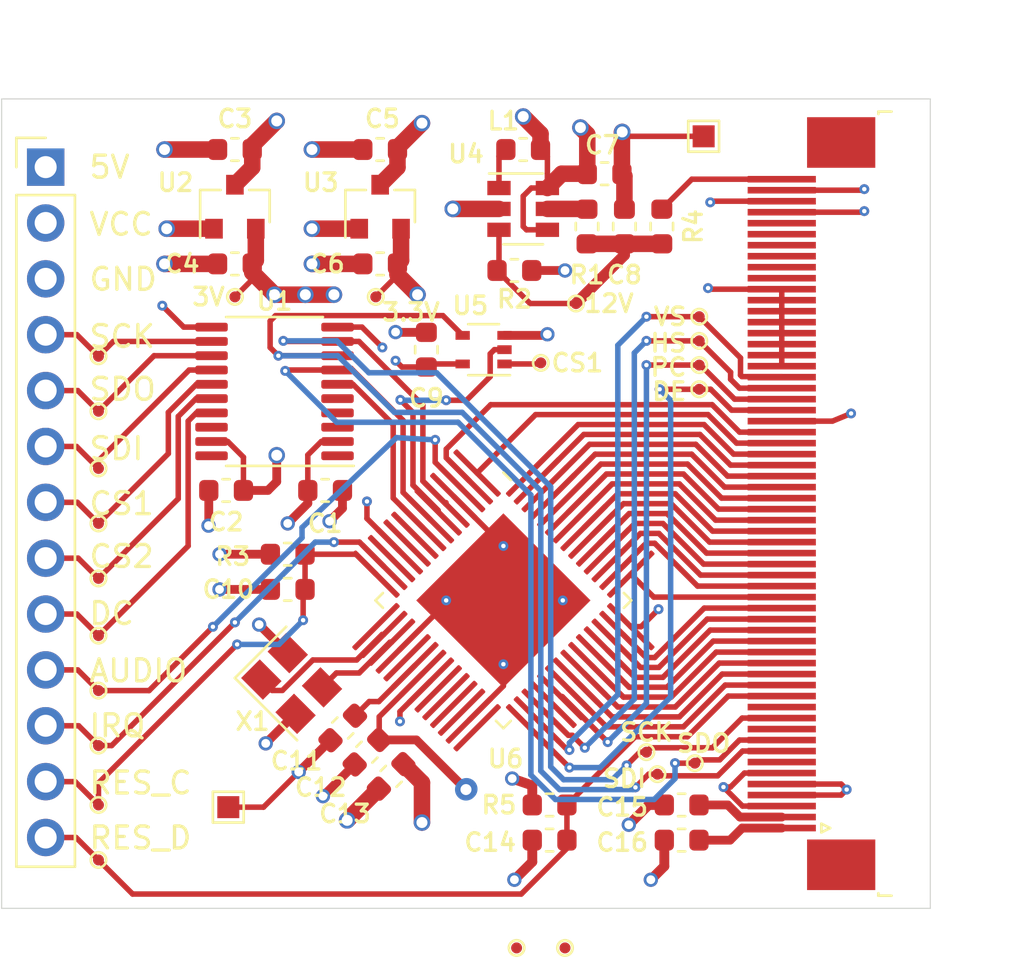
<source format=kicad_pcb>
(kicad_pcb (version 20171130) (host pcbnew "(5.1.6-0-10_14)")
  (layers (0 F.Cu signal) (1 In1.Cu power hide) (2 In2.Cu power hide) (31 B.Cu signal) (34 B.Paste user) (35 F.Paste user) (36 B.SilkS user) (37 F.SilkS user) (38 B.Mask user) (39 F.Mask user) (44 Edge.Cuts user))
  (net 0 "")
  (net 1 +3V0)
  (net 2 GND)
  (net 3 VCC)
  (net 4 +5V)
  (net 5 +3V3)
  (net 6 +12V)
  (net 7 "Net-(C11-Pad1)")
  (net 8 DISPRES)
  (net 9 CS1)
  (net 10 CS2)
  (net 11 DC)
  (net 12 AUDIO)
  (net 13 "Net-(L1-Pad2)")
  (net 14 "Net-(R1-Pad2)")
  (net 15 "Net-(R4-Pad1)")
  (net 16 "Net-(U1-Pad1)")
  (net 17 "Net-(U1-Pad3)")
  (net 18 DC_3V)
  (net 19 CS2_3V)
  (net 20 CS1_3V)
  (net 21 "Net-(U1-Pad18)")
  (net 22 "Net-(U1-Pad20)")
  (net 23 B1)
  (net 24 B0)
  (net 25 "Net-(U6-Pad9)")
  (net 26 "Net-(U6-Pad10)")
  (net 27 "Net-(U6-Pad12)")
  (net 28 "Net-(U6-Pad15)")
  (net 29 "Net-(U6-Pad16)")
  (net 30 "Net-(U6-Pad17)")
  (net 31 "Net-(U6-Pad23)")
  (net 32 "Net-(U6-Pad24)")
  (net 33 "Net-(U6-Pad25)")
  (net 34 "Net-(U6-Pad26)")
  (net 35 "Net-(U6-Pad28)")
  (net 36 DE)
  (net 37 VSYNC)
  (net 38 HSYNC)
  (net 39 "Net-(U6-Pad32)")
  (net 40 PCLK)
  (net 41 R7)
  (net 42 R6)
  (net 43 R5)
  (net 44 R4)
  (net 45 R3)
  (net 46 R2)
  (net 47 R1)
  (net 48 R0)
  (net 49 G7)
  (net 50 G6)
  (net 51 G5)
  (net 52 G4)
  (net 53 G3)
  (net 54 G2)
  (net 55 G1)
  (net 56 G0)
  (net 57 B7)
  (net 58 B6)
  (net 59 B5)
  (net 60 B4)
  (net 61 B3)
  (net 62 B2)
  (net 63 "Net-(U7-Pad7)")
  (net 64 "Net-(U7-Pad56)")
  (net 65 "Net-(U7-Pad55)")
  (net 66 "Net-(U7-Pad54)")
  (net 67 "Net-(U7-Pad53)")
  (net 68 "Net-(U7-Pad52)")
  (net 69 "Net-(U7-Pad51)")
  (net 70 FTRES)
  (net 71 IRQ)
  (net 72 SCK)
  (net 73 SDI)
  (net 74 SDO)
  (net 75 SCK_3V)
  (net 76 SDI_3V)
  (net 77 SDO_3V)
  (net 78 SDI_BUFFER)
  (module Capacitor_SMD:C_0603_1608Metric (layer F.Cu) (at 124.9 65.8)
    (fp_text reference C1 (at 0 1.5) (layer F.SilkS) (effects (font (size 0.8 0.8))))
    (fp_text value 100nF)
    (pad 1 smd roundrect (at -0.7875 0) (size 0.875 0.95) (layers F.Cu F.Paste F.Mask) (net 1 +3V0))
    (pad 2 smd roundrect (at 0.7875 0) (size 0.875 0.95) (layers F.Cu F.Paste F.Mask) (net 2 GND))
  )
  (module Capacitor_SMD:C_0603_1608Metric (layer F.Cu) (at 120.4 65.8 180)
    (fp_text reference C2 (at 0 -1.43) (layer F.SilkS) (effects (font (size 0.8 0.8))))
    (fp_text value 100nF)
    (pad 1 smd roundrect (at -0.7875 0 180) (size 0.875 0.95) (layers F.Cu F.Paste F.Mask) (net 3 VCC))
    (pad 2 smd roundrect (at 0.7875 0 180) (size 0.875 0.95) (layers F.Cu F.Paste F.Mask) (net 2 GND))
  )
  (module Capacitor_SMD:C_0603_1608Metric (layer F.Cu) (at 120.8 50.3 180)
    (fp_text reference C3 (at 0 1.4) (layer F.SilkS) (effects (font (size 0.8 0.8))))
    (fp_text value 10µF)
    (pad 2 smd roundrect (at 0.7875 0 180) (size 0.875 0.95) (layers F.Cu F.Paste F.Mask) (net 2 GND))
    (pad 1 smd roundrect (at -0.7875 0 180) (size 0.875 0.95) (layers F.Cu F.Paste F.Mask) (net 4 +5V))
  )
  (module Capacitor_SMD:C_0603_1608Metric (layer F.Cu) (at 120.8 55.5 180)
    (fp_text reference C4 (at 2.4 0) (layer F.SilkS) (effects (font (size 0.8 0.8))))
    (fp_text value 10µF)
    (pad 1 smd roundrect (at -0.7875 0 180) (size 0.875 0.95) (layers F.Cu F.Paste F.Mask) (net 1 +3V0))
    (pad 2 smd roundrect (at 0.7875 0 180) (size 0.875 0.95) (layers F.Cu F.Paste F.Mask) (net 2 GND))
  )
  (module Capacitor_SMD:C_0603_1608Metric (layer F.Cu) (at 127.4 50.3 180)
    (fp_text reference C5 (at -0.1 1.4) (layer F.SilkS) (effects (font (size 0.8 0.8))))
    (fp_text value 10µF)
    (pad 2 smd roundrect (at 0.7875 0 180) (size 0.875 0.95) (layers F.Cu F.Paste F.Mask) (net 2 GND))
    (pad 1 smd roundrect (at -0.7875 0 180) (size 0.875 0.95) (layers F.Cu F.Paste F.Mask) (net 4 +5V))
  )
  (module Capacitor_SMD:C_0603_1608Metric (layer F.Cu) (at 127.4 55.5 180)
    (fp_text reference C6 (at 2.4 0) (layer F.SilkS) (effects (font (size 0.8 0.8))))
    (fp_text value 10µF)
    (pad 1 smd roundrect (at -0.7875 0 180) (size 0.875 0.95) (layers F.Cu F.Paste F.Mask) (net 5 +3V3))
    (pad 2 smd roundrect (at 0.7875 0 180) (size 0.875 0.95) (layers F.Cu F.Paste F.Mask) (net 2 GND))
  )
  (module Capacitor_SMD:C_0603_1608Metric (layer F.Cu) (at 137.6 51.4)
    (fp_text reference C7 (at -0.1 -1.3) (layer F.SilkS) (effects (font (size 0.8 0.8))))
    (fp_text value 1µF)
    (pad 2 smd roundrect (at 0.7875 0) (size 0.875 0.95) (layers F.Cu F.Paste F.Mask) (net 2 GND))
    (pad 1 smd roundrect (at -0.7875 0) (size 0.875 0.95) (layers F.Cu F.Paste F.Mask) (net 4 +5V))
  )
  (module Capacitor_SMD:C_0603_1608Metric (layer F.Cu) (at 138.5 53.8 90)
    (fp_text reference C8 (at -2.2 0 180) (layer F.SilkS) (effects (font (size 0.8 0.8))))
    (fp_text value 4.7µF)
    (pad 2 smd roundrect (at 0.7875 0 90) (size 0.875 0.95) (layers F.Cu F.Paste F.Mask) (net 2 GND))
    (pad 1 smd roundrect (at -0.7875 0 90) (size 0.875 0.95) (layers F.Cu F.Paste F.Mask) (net 6 +12V))
  )
  (module Capacitor_SMD:C_0603_1608Metric (layer F.Cu) (at 129.5 59.4 90)
    (fp_text reference C9 (at -2.2 0 180) (layer F.SilkS) (effects (font (size 0.8 0.8))))
    (fp_text value 100nF)
    (pad 1 smd roundrect (at -0.7875 0 90) (size 0.875 0.95) (layers F.Cu F.Paste F.Mask) (net 1 +3V0))
    (pad 2 smd roundrect (at 0.7875 0 90) (size 0.875 0.95) (layers F.Cu F.Paste F.Mask) (net 2 GND))
  )
  (module Capacitor_SMD:C_0603_1608Metric (layer F.Cu) (at 123.2 70.3 180)
    (fp_text reference C10 (at 2.7 0) (layer F.SilkS) (effects (font (size 0.8 0.8))))
    (fp_text value 100nF)
    (pad 2 smd roundrect (at 0.7875 0 180) (size 0.875 0.95) (layers F.Cu F.Paste F.Mask) (net 2 GND))
    (pad 1 smd roundrect (at -0.7875 0 180) (size 0.875 0.95) (layers F.Cu F.Paste F.Mask) (net 70 FTRES))
  )
  (module Capacitor_SMD:C_0603_1608Metric (layer F.Cu) (at 125.7 76.6 225)
    (fp_text reference C11 (at 2.545584 0.424264 180) (layer F.SilkS) (effects (font (size 0.8 0.8))))
    (fp_text value 4.7µF)
    (pad 1 smd roundrect (at -0.7875 0 225) (size 0.875 0.95) (layers F.Cu F.Paste F.Mask) (net 7 "Net-(C11-Pad1)"))
    (pad 2 smd roundrect (at 0.7875 0 225) (size 0.875 0.95) (layers F.Cu F.Paste F.Mask) (net 2 GND))
  )
  (module Capacitor_SMD:C_0603_1608Metric (layer F.Cu) (at 126.8 77.7 225)
    (fp_text reference C12 (at 2.616295 0.353553 180) (layer F.SilkS) (effects (font (size 0.8 0.8))))
    (fp_text value 10µF)
    (pad 1 smd roundrect (at -0.7875 0 225) (size 0.875 0.95) (layers F.Cu F.Paste F.Mask) (net 5 +3V3))
    (pad 2 smd roundrect (at 0.7875 0 225) (size 0.875 0.95) (layers F.Cu F.Paste F.Mask) (net 2 GND))
  )
  (module Capacitor_SMD:C_0603_1608Metric (layer F.Cu) (at 127.9 78.8 225)
    (fp_text reference C13 (at 2.687006 0.282843 180) (layer F.SilkS) (effects (font (size 0.8 0.8))))
    (fp_text value 100nF)
    (pad 2 smd roundrect (at 0.7875 0 225) (size 0.875 0.95) (layers F.Cu F.Paste F.Mask) (net 2 GND))
    (pad 1 smd roundrect (at -0.7875 0 225) (size 0.875 0.95) (layers F.Cu F.Paste F.Mask) (net 1 +3V0))
  )
  (module Capacitor_SMD:C_0603_1608Metric (layer F.Cu) (at 135.1 81.7)
    (fp_text reference C14 (at -2.7 0.1) (layer F.SilkS) (effects (font (size 0.8 0.8))))
    (fp_text value 1µF)
    (pad 2 smd roundrect (at 0.7875 0) (size 0.875 0.95) (layers F.Cu F.Paste F.Mask) (net 8 DISPRES))
    (pad 1 smd roundrect (at -0.7875 0) (size 0.875 0.95) (layers F.Cu F.Paste F.Mask) (net 1 +3V0))
  )
  (module Capacitor_SMD:C_0603_1608Metric (layer F.Cu) (at 141.1 80.1 180)
    (fp_text reference C15 (at 2.7 -0.1) (layer F.SilkS) (effects (font (size 0.8 0.8))))
    (fp_text value 100nF)
    (pad 1 smd roundrect (at -0.7875 0 180) (size 0.875 0.95) (layers F.Cu F.Paste F.Mask) (net 1 +3V0))
    (pad 2 smd roundrect (at 0.7875 0 180) (size 0.875 0.95) (layers F.Cu F.Paste F.Mask) (net 2 GND))
  )
  (module Capacitor_SMD:C_0603_1608Metric (layer F.Cu) (at 141.1 81.7 180)
    (fp_text reference C16 (at 2.7 -0.1) (layer F.SilkS) (effects (font (size 0.8 0.8))))
    (fp_text value 100nF)
    (pad 2 smd roundrect (at 0.7875 0 180) (size 0.875 0.95) (layers F.Cu F.Paste F.Mask) (net 2 GND))
    (pad 1 smd roundrect (at -0.7875 0 180) (size 0.875 0.95) (layers F.Cu F.Paste F.Mask) (net 1 +3V0))
  )
  (module Inductor_SMD:L_0603_1608Metric (layer F.Cu) (at 133.9 50.3 180)
    (fp_text reference L1 (at 0.9 1.3) (layer F.SilkS) (effects (font (size 0.8 0.8))))
    (fp_text value 10µH)
    (pad 1 smd roundrect (at -0.7875 0 180) (size 0.875 0.95) (layers F.Cu F.Paste F.Mask) (net 4 +5V))
    (pad 2 smd roundrect (at 0.7875 0 180) (size 0.875 0.95) (layers F.Cu F.Paste F.Mask) (net 13 "Net-(L1-Pad2)"))
  )
  (module Resistor_SMD:R_0603_1608Metric (layer F.Cu) (at 136.8 53.8 90)
    (fp_text reference R1 (at -2.2 0 180) (layer F.SilkS) (effects (font (size 0.8 0.8))))
    (fp_text value 1M)
    (pad 2 smd roundrect (at 0.7875 0 90) (size 0.875 0.95) (layers F.Cu F.Paste F.Mask) (net 14 "Net-(R1-Pad2)"))
    (pad 1 smd roundrect (at -0.7875 0 90) (size 0.875 0.95) (layers F.Cu F.Paste F.Mask) (net 6 +12V))
  )
  (module Resistor_SMD:R_0603_1608Metric (layer F.Cu) (at 133.5 55.8)
    (fp_text reference R2 (at 0 1.3) (layer F.SilkS) (effects (font (size 0.8 0.8))))
    (fp_text value 71.5k)
    (pad 1 smd roundrect (at -0.7875 0) (size 0.875 0.95) (layers F.Cu F.Paste F.Mask) (net 6 +12V))
    (pad 2 smd roundrect (at 0.7875 0) (size 0.875 0.95) (layers F.Cu F.Paste F.Mask) (net 2 GND))
  )
  (module Resistor_SMD:R_0603_1608Metric (layer F.Cu) (at 123.2 68.7 180)
    (fp_text reference R3 (at 2.5 -0.1) (layer F.SilkS) (effects (font (size 0.8 0.8))))
    (fp_text value 47k)
    (pad 1 smd roundrect (at -0.7875 0 180) (size 0.875 0.95) (layers F.Cu F.Paste F.Mask) (net 70 FTRES))
    (pad 2 smd roundrect (at 0.7875 0 180) (size 0.875 0.95) (layers F.Cu F.Paste F.Mask) (net 1 +3V0))
  )
  (module Resistor_SMD:R_0603_1608Metric (layer F.Cu) (at 140.2 53.8 270)
    (fp_text reference R4 (at 0 -1.43 90) (layer F.SilkS) (effects (font (size 0.8 0.8))))
    (fp_text value 100)
    (pad 2 smd roundrect (at 0.7875 0 270) (size 0.875 0.95) (layers F.Cu F.Paste F.Mask) (net 6 +12V))
    (pad 1 smd roundrect (at -0.7875 0 270) (size 0.875 0.95) (layers F.Cu F.Paste F.Mask) (net 15 "Net-(R4-Pad1)"))
  )
  (module Resistor_SMD:R_0603_1608Metric (layer F.Cu) (at 135.1 80.1 180)
    (fp_text reference R5 (at 2.3 0) (layer F.SilkS) (effects (font (size 0.8 0.8))))
    (fp_text value 47k)
    (pad 1 smd roundrect (at -0.7875 0 180) (size 0.875 0.95) (layers F.Cu F.Paste F.Mask) (net 8 DISPRES))
    (pad 2 smd roundrect (at 0.7875 0 180) (size 0.875 0.95) (layers F.Cu F.Paste F.Mask) (net 2 GND))
  )
  (module Package_SO:TSSOP-20_4.4x6.5mm_P0.65mm (layer F.Cu) (at 122.6 61.3 180)
    (fp_text reference U1 (at 0 4.1) (layer F.SilkS) (effects (font (size 0.8 0.8))))
    (fp_text value TXS0108E)
    (pad 1 smd roundrect (at -2.8625 -2.925 180) (size 1.475 0.4) (layers F.Cu F.Paste F.Mask) (net 16 "Net-(U1-Pad1)"))
    (pad 2 smd roundrect (at -2.8625 -2.275 180) (size 1.475 0.4) (layers F.Cu F.Paste F.Mask) (net 1 +3V0))
    (pad 3 smd roundrect (at -2.8625 -1.625 180) (size 1.475 0.4) (layers F.Cu F.Paste F.Mask) (net 17 "Net-(U1-Pad3)"))
    (pad 4 smd roundrect (at -2.8625 -0.975 180) (size 1.475 0.4) (layers F.Cu F.Paste F.Mask) (net 18 DC_3V))
    (pad 5 smd roundrect (at -2.8625 -0.325 180) (size 1.475 0.4) (layers F.Cu F.Paste F.Mask) (net 19 CS2_3V))
    (pad 6 smd roundrect (at -2.8625 0.325 180) (size 1.475 0.4) (layers F.Cu F.Paste F.Mask) (net 20 CS1_3V))
    (pad 7 smd roundrect (at -2.8625 0.975 180) (size 1.475 0.4) (layers F.Cu F.Paste F.Mask) (net 77 SDO_3V))
    (pad 8 smd roundrect (at -2.8625 1.625 180) (size 1.475 0.4) (layers F.Cu F.Paste F.Mask) (net 76 SDI_3V))
    (pad 9 smd roundrect (at -2.8625 2.275 180) (size 1.475 0.4) (layers F.Cu F.Paste F.Mask) (net 75 SCK_3V))
    (pad 10 smd roundrect (at -2.8625 2.925 180) (size 1.475 0.4) (layers F.Cu F.Paste F.Mask) (net 1 +3V0))
    (pad 11 smd roundrect (at 2.8625 2.925 180) (size 1.475 0.4) (layers F.Cu F.Paste F.Mask) (net 2 GND))
    (pad 12 smd roundrect (at 2.8625 2.275 180) (size 1.475 0.4) (layers F.Cu F.Paste F.Mask) (net 72 SCK))
    (pad 13 smd roundrect (at 2.8625 1.625 180) (size 1.475 0.4) (layers F.Cu F.Paste F.Mask) (net 73 SDI))
    (pad 14 smd roundrect (at 2.8625 0.975 180) (size 1.475 0.4) (layers F.Cu F.Paste F.Mask) (net 74 SDO))
    (pad 15 smd roundrect (at 2.8625 0.325 180) (size 1.475 0.4) (layers F.Cu F.Paste F.Mask) (net 9 CS1))
    (pad 16 smd roundrect (at 2.8625 -0.325 180) (size 1.475 0.4) (layers F.Cu F.Paste F.Mask) (net 10 CS2))
    (pad 17 smd roundrect (at 2.8625 -0.975 180) (size 1.475 0.4) (layers F.Cu F.Paste F.Mask) (net 11 DC))
    (pad 18 smd roundrect (at 2.8625 -1.625 180) (size 1.475 0.4) (layers F.Cu F.Paste F.Mask) (net 21 "Net-(U1-Pad18)"))
    (pad 19 smd roundrect (at 2.8625 -2.275 180) (size 1.475 0.4) (layers F.Cu F.Paste F.Mask) (net 3 VCC))
    (pad 20 smd roundrect (at 2.8625 -2.925 180) (size 1.475 0.4) (layers F.Cu F.Paste F.Mask) (net 22 "Net-(U1-Pad20)"))
  )
  (module Package_TO_SOT_SMD:SOT-23 (layer F.Cu) (at 120.8 52.9 90)
    (fp_text reference U2 (at 1.1 -2.7 180) (layer F.SilkS) (effects (font (size 0.8 0.8))))
    (fp_text value ME6210)
    (pad 3 smd rect (at 1 0 90) (size 0.9 0.8) (layers F.Cu F.Paste F.Mask) (net 4 +5V))
    (pad 2 smd rect (at -1 0.95 90) (size 0.9 0.8) (layers F.Cu F.Paste F.Mask) (net 1 +3V0))
    (pad 1 smd rect (at -1 -0.95 90) (size 0.9 0.8) (layers F.Cu F.Paste F.Mask) (net 2 GND))
  )
  (module Package_TO_SOT_SMD:SOT-23 (layer F.Cu) (at 127.4 52.9 90)
    (fp_text reference U3 (at 1.1 -2.7 180) (layer F.SilkS) (effects (font (size 0.8 0.8))))
    (fp_text value ME6210)
    (pad 1 smd rect (at -1 -0.95 90) (size 0.9 0.8) (layers F.Cu F.Paste F.Mask) (net 2 GND))
    (pad 2 smd rect (at -1 0.95 90) (size 0.9 0.8) (layers F.Cu F.Paste F.Mask) (net 5 +3V3))
    (pad 3 smd rect (at 1 0 90) (size 0.9 0.8) (layers F.Cu F.Paste F.Mask) (net 4 +5V))
  )
  (module Package_TO_SOT_SMD:SOT-23-6 (layer F.Cu) (at 133.9 53)
    (fp_text reference U4 (at -2.6 -2.5) (layer F.SilkS) (effects (font (size 0.8 0.8))))
    (fp_text value TLV61046ADB)
    (pad 1 smd rect (at -1.1 -0.95) (size 1.06 0.65) (layers F.Cu F.Paste F.Mask) (net 13 "Net-(L1-Pad2)"))
    (pad 2 smd rect (at -1.1 0) (size 1.06 0.65) (layers F.Cu F.Paste F.Mask) (net 2 GND))
    (pad 3 smd rect (at -1.1 0.95) (size 1.06 0.65) (layers F.Cu F.Paste F.Mask) (net 6 +12V))
    (pad 4 smd rect (at 1.1 0.95) (size 1.06 0.65) (layers F.Cu F.Paste F.Mask) (net 4 +5V))
    (pad 6 smd rect (at 1.1 -0.95) (size 1.06 0.65) (layers F.Cu F.Paste F.Mask) (net 4 +5V))
    (pad 5 smd rect (at 1.1 0) (size 1.06 0.65) (layers F.Cu F.Paste F.Mask) (net 14 "Net-(R1-Pad2)"))
  )
  (module Package_TO_SOT_SMD:SOT-353_SC-70-5 (layer F.Cu) (at 132.1 59.4 180)
    (fp_text reference U5 (at 0.6 2) (layer F.SilkS) (effects (font (size 0.8 0.8))))
    (fp_text value NC7SZ125)
    (pad 1 smd rect (at -0.95 -0.65 180) (size 0.65 0.4) (layers F.Cu F.Paste F.Mask) (net 20 CS1_3V))
    (pad 3 smd rect (at -0.95 0.65 180) (size 0.65 0.4) (layers F.Cu F.Paste F.Mask) (net 2 GND))
    (pad 2 smd rect (at -0.95 0 180) (size 0.65 0.4) (layers F.Cu F.Paste F.Mask) (net 78 SDI_BUFFER))
    (pad 4 smd rect (at 0.95 0.65 180) (size 0.65 0.4) (layers F.Cu F.Paste F.Mask) (net 76 SDI_3V))
    (pad 5 smd rect (at 0.95 -0.65 180) (size 0.65 0.4) (layers F.Cu F.Paste F.Mask) (net 1 +3V0))
  )
  (module Package_DFN_QFN:QFN-56-1EP_8x8mm_P0.5mm_EP5.6x5.6mm_HandSolder (layer F.Cu) (at 133 70.8 315)
    (fp_text reference U6 (at 5.16188 5.020458) (layer F.SilkS) (effects (font (size 0.8 0.8))))
    (fp_text value FT813)
    (pad 1 smd roundrect (at -4.9375 -3.25 315) (size 2.875 0.25) (layers F.Cu F.Paste F.Mask) (net 23 B1))
    (pad 2 smd roundrect (at -4.9375 -2.75 315) (size 2.875 0.25) (layers F.Cu F.Paste F.Mask) (net 24 B0))
    (pad 3 smd roundrect (at -4.9375 -2.25 315) (size 2.875 0.25) (layers F.Cu F.Paste F.Mask) (net 12 AUDIO))
    (pad 4 smd roundrect (at -4.9375 -1.75 315) (size 2.875 0.25) (layers F.Cu F.Paste F.Mask) (net 2 GND))
    (pad 5 smd roundrect (at -4.9375 -1.25 315) (size 2.875 0.25) (layers F.Cu F.Paste F.Mask) (net 75 SCK_3V))
    (pad 6 smd roundrect (at -4.9375 -0.75 315) (size 2.875 0.25) (layers F.Cu F.Paste F.Mask) (net 78 SDI_BUFFER))
    (pad 7 smd roundrect (at -4.9375 -0.25 315) (size 2.875 0.25) (layers F.Cu F.Paste F.Mask) (net 77 SDO_3V))
    (pad 8 smd roundrect (at -4.9375 0.25 315) (size 2.875 0.25) (layers F.Cu F.Paste F.Mask) (net 20 CS1_3V))
    (pad 9 smd roundrect (at -4.9375 0.75 315) (size 2.875 0.25) (layers F.Cu F.Paste F.Mask) (net 25 "Net-(U6-Pad9)"))
    (pad 10 smd roundrect (at -4.9375 1.25 315) (size 2.875 0.25) (layers F.Cu F.Paste F.Mask) (net 26 "Net-(U6-Pad10)"))
    (pad 11 smd roundrect (at -4.9375 1.75 315) (size 2.875 0.25) (layers F.Cu F.Paste F.Mask) (net 1 +3V0))
    (pad 12 smd roundrect (at -4.9375 2.25 315) (size 2.875 0.25) (layers F.Cu F.Paste F.Mask) (net 27 "Net-(U6-Pad12)"))
    (pad 13 smd roundrect (at -4.9375 2.75 315) (size 2.875 0.25) (layers F.Cu F.Paste F.Mask) (net 71 IRQ))
    (pad 14 smd roundrect (at -4.9375 3.25 315) (size 2.875 0.25) (layers F.Cu F.Paste F.Mask) (net 70 FTRES))
    (pad 15 smd roundrect (at -3.25 4.9375 315) (size 0.25 2.875) (layers F.Cu F.Paste F.Mask) (net 28 "Net-(U6-Pad15)"))
    (pad 16 smd roundrect (at -2.75 4.9375 315) (size 0.25 2.875) (layers F.Cu F.Paste F.Mask) (net 29 "Net-(U6-Pad16)"))
    (pad 17 smd roundrect (at -2.25 4.9375 315) (size 0.25 2.875) (layers F.Cu F.Paste F.Mask) (net 30 "Net-(U6-Pad17)"))
    (pad 18 smd roundrect (at -1.75 4.9375 315) (size 0.25 2.875) (layers F.Cu F.Paste F.Mask) (net 2 GND))
    (pad 19 smd roundrect (at -1.25 4.9375 315) (size 0.25 2.875) (layers F.Cu F.Paste F.Mask) (net 5 +3V3))
    (pad 20 smd roundrect (at -0.75 4.9375 315) (size 0.25 2.875) (layers F.Cu F.Paste F.Mask) (net 7 "Net-(C11-Pad1)"))
    (pad 21 smd roundrect (at -0.25 4.9375 315) (size 0.25 2.875) (layers F.Cu F.Paste F.Mask) (net 5 +3V3))
    (pad 22 smd roundrect (at 0.25 4.9375 315) (size 0.25 2.875) (layers F.Cu F.Paste F.Mask) (net 1 +3V0))
    (pad 23 smd roundrect (at 0.75 4.9375 315) (size 0.25 2.875) (layers F.Cu F.Paste F.Mask) (net 31 "Net-(U6-Pad23)"))
    (pad 24 smd roundrect (at 1.25 4.9375 315) (size 0.25 2.875) (layers F.Cu F.Paste F.Mask) (net 32 "Net-(U6-Pad24)"))
    (pad 25 smd roundrect (at 1.75 4.9375 315) (size 0.25 2.875) (layers F.Cu F.Paste F.Mask) (net 33 "Net-(U6-Pad25)"))
    (pad 26 smd roundrect (at 2.25 4.9375 315) (size 0.25 2.875) (layers F.Cu F.Paste F.Mask) (net 34 "Net-(U6-Pad26)"))
    (pad 27 smd roundrect (at 2.75 4.9375 315) (size 0.25 2.875) (layers F.Cu F.Paste F.Mask) (net 2 GND))
    (pad 28 smd roundrect (at 3.25 4.9375 315) (size 0.25 2.875) (layers F.Cu F.Paste F.Mask) (net 35 "Net-(U6-Pad28)"))
    (pad 29 smd roundrect (at 4.9375 3.25 315) (size 2.875 0.25) (layers F.Cu F.Paste F.Mask) (net 36 DE))
    (pad 30 smd roundrect (at 4.9375 2.75 315) (size 2.875 0.25) (layers F.Cu F.Paste F.Mask) (net 37 VSYNC))
    (pad 31 smd roundrect (at 4.9375 2.25 315) (size 2.875 0.25) (layers F.Cu F.Paste F.Mask) (net 38 HSYNC))
    (pad 32 smd roundrect (at 4.9375 1.75 315) (size 2.875 0.25) (layers F.Cu F.Paste F.Mask) (net 39 "Net-(U6-Pad32)"))
    (pad 33 smd roundrect (at 4.9375 1.25 315) (size 2.875 0.25) (layers F.Cu F.Paste F.Mask) (net 40 PCLK))
    (pad 34 smd roundrect (at 4.9375 0.75 315) (size 2.875 0.25) (layers F.Cu F.Paste F.Mask) (net 41 R7))
    (pad 35 smd roundrect (at 4.9375 0.25 315) (size 2.875 0.25) (layers F.Cu F.Paste F.Mask) (net 42 R6))
    (pad 36 smd roundrect (at 4.9375 -0.25 315) (size 2.875 0.25) (layers F.Cu F.Paste F.Mask) (net 43 R5))
    (pad 37 smd roundrect (at 4.9375 -0.75 315) (size 2.875 0.25) (layers F.Cu F.Paste F.Mask) (net 44 R4))
    (pad 38 smd roundrect (at 4.9375 -1.25 315) (size 2.875 0.25) (layers F.Cu F.Paste F.Mask) (net 45 R3))
    (pad 39 smd roundrect (at 4.9375 -1.75 315) (size 2.875 0.25) (layers F.Cu F.Paste F.Mask) (net 46 R2))
    (pad 40 smd roundrect (at 4.9375 -2.25 315) (size 2.875 0.25) (layers F.Cu F.Paste F.Mask) (net 47 R1))
    (pad 41 smd roundrect (at 4.9375 -2.75 315) (size 2.875 0.25) (layers F.Cu F.Paste F.Mask) (net 48 R0))
    (pad 42 smd roundrect (at 4.9375 -3.25 315) (size 2.875 0.25) (layers F.Cu F.Paste F.Mask) (net 2 GND))
    (pad 43 smd roundrect (at 3.25 -4.9375 315) (size 0.25 2.875) (layers F.Cu F.Paste F.Mask) (net 49 G7))
    (pad 44 smd roundrect (at 2.75 -4.9375 315) (size 0.25 2.875) (layers F.Cu F.Paste F.Mask) (net 50 G6))
    (pad 45 smd roundrect (at 2.25 -4.9375 315) (size 0.25 2.875) (layers F.Cu F.Paste F.Mask) (net 51 G5))
    (pad 46 smd roundrect (at 1.75 -4.9375 315) (size 0.25 2.875) (layers F.Cu F.Paste F.Mask) (net 52 G4))
    (pad 47 smd roundrect (at 1.25 -4.9375 315) (size 0.25 2.875) (layers F.Cu F.Paste F.Mask) (net 53 G3))
    (pad 48 smd roundrect (at 0.75 -4.9375 315) (size 0.25 2.875) (layers F.Cu F.Paste F.Mask) (net 54 G2))
    (pad 49 smd roundrect (at 0.25 -4.9375 315) (size 0.25 2.875) (layers F.Cu F.Paste F.Mask) (net 55 G1))
    (pad 50 smd roundrect (at -0.25 -4.9375 315) (size 0.25 2.875) (layers F.Cu F.Paste F.Mask) (net 56 G0))
    (pad 51 smd roundrect (at -0.75 -4.9375 315) (size 0.25 2.875) (layers F.Cu F.Paste F.Mask) (net 57 B7))
    (pad 52 smd roundrect (at -1.25 -4.9375 315) (size 0.25 2.875) (layers F.Cu F.Paste F.Mask) (net 58 B6))
    (pad 53 smd roundrect (at -1.75 -4.9375 315) (size 0.25 2.875) (layers F.Cu F.Paste F.Mask) (net 59 B5))
    (pad 54 smd roundrect (at -2.25 -4.9375 315) (size 0.25 2.875) (layers F.Cu F.Paste F.Mask) (net 60 B4))
    (pad 55 smd roundrect (at -2.75 -4.9375 315) (size 0.25 2.875) (layers F.Cu F.Paste F.Mask) (net 61 B3))
    (pad 56 smd roundrect (at -3.25 -4.9375 315) (size 0.25 2.875) (layers F.Cu F.Paste F.Mask) (net 62 B2))
    (pad 57 smd rect (at 0 0 315) (size 5.6 5.6) (layers F.Cu F.Mask) (net 2 GND))
  )
  (module Crystal:Crystal_SMD_3225-4Pin_3.2x2.5mm (layer F.Cu) (at 123.378858 74.576777 315)
    (fp_text reference X1 (at -0.03934 2.476345) (layer F.SilkS) (effects (font (size 0.8 0.8))))
    (fp_text value YSX321SL)
    (pad 1 smd rect (at -1.1 0.85 315) (size 1.4 1.2) (layers F.Cu F.Paste F.Mask) (net 29 "Net-(U6-Pad16)"))
    (pad 2 smd rect (at 1.1 0.85 315) (size 1.4 1.2) (layers F.Cu F.Paste F.Mask) (net 2 GND))
    (pad 3 smd rect (at 1.1 -0.85 315) (size 1.4 1.2) (layers F.Cu F.Paste F.Mask) (net 30 "Net-(U6-Pad17)"))
    (pad 4 smd rect (at -1.1 -0.85 315) (size 1.4 1.2) (layers F.Cu F.Paste F.Mask) (net 2 GND))
  )
  (module TestPoint:TestPoint_Pad_D0.5mm (layer F.Cu) (at 136.3 57.3)
    (fp_text reference TP1 hide)
    (fp_text value TestPoint)
    (pad 1 smd circle (at 0 0) (size 0.5 0.5) (layers F.Cu F.Mask) (net 6 +12V))
  )
  (module TestPoint:TestPoint_Pad_D0.5mm (layer F.Cu) (at 127.2 57)
    (fp_text reference TP2 hide)
    (fp_text value TestPoint)
    (pad 1 smd circle (at 0 0) (size 0.5 0.5) (layers F.Cu F.Mask) (net 5 +3V3))
  )
  (module TestPoint:TestPoint_Pad_D0.5mm (layer F.Cu) (at 120.8 57)
    (fp_text reference TP3 hide)
    (fp_text value TestPoint)
    (pad 1 smd circle (at 0 0) (size 0.5 0.5) (layers F.Cu F.Mask) (net 1 +3V0))
  )
  (module TestPoint:TestPoint_Pad_1.0x1.0mm (layer F.Cu) (at 120.5 80.2)
    (fp_text reference TP4 hide)
    (fp_text value TestPoint)
    (pad 1 smd rect (at 0 0) (size 1 1) (layers F.Cu F.Mask) (net 2 GND))
  )
  (module TestPoint:TestPoint_Pad_1.0x1.0mm (layer F.Cu) (at 142.1 49.7)
    (fp_text reference TP5 hide)
    (fp_text value TestPoint)
    (pad 1 smd rect (at 0 0) (size 1 1) (layers F.Cu F.Mask) (net 2 GND))
  )
  (module TestPoint:TestPoint_Pad_D0.5mm (layer F.Cu) (at 114.6 59.7)
    (fp_text reference TP6 hide)
    (fp_text value TestPoint)
    (pad 1 smd circle (at 0 0) (size 0.5 0.5) (layers F.Cu F.Mask) (net 72 SCK))
  )
  (module TestPoint:TestPoint_Pad_D0.5mm (layer F.Cu) (at 139.5 77.7)
    (fp_text reference TP7 hide)
    (fp_text value TestPoint)
    (pad 1 smd circle (at 0 0) (size 0.5 0.5) (layers F.Cu F.Mask) (net 75 SCK_3V))
  )
  (module TestPoint:TestPoint_Pad_D0.5mm (layer F.Cu) (at 114.6 67.3)
    (fp_text reference TP8 hide)
    (fp_text value TestPoint)
    (pad 1 smd circle (at 0 0) (size 0.5 0.5) (layers F.Cu F.Mask) (net 9 CS1))
  )
  (module TestPoint:TestPoint_Pad_D0.5mm (layer F.Cu) (at 134.7 60)
    (fp_text reference TP9 hide)
    (fp_text value TestPoint)
    (pad 1 smd circle (at 0 0) (size 0.5 0.5) (layers F.Cu F.Mask) (net 20 CS1_3V))
  )
  (module TestPoint:TestPoint_Pad_D0.5mm (layer F.Cu) (at 114.6 69.8)
    (fp_text reference TP10 hide)
    (fp_text value TestPoint)
    (pad 1 smd circle (at 0 0) (size 0.5 0.5) (layers F.Cu F.Mask) (net 10 CS2))
  )
  (module TestPoint:TestPoint_Pad_D0.5mm (layer F.Cu) (at 133.6 86.6)
    (fp_text reference TP11 hide)
    (fp_text value TestPoint)
    (pad 1 smd circle (at 0 0) (size 0.5 0.5) (layers F.Cu F.Mask) (net 19 CS2_3V))
  )
  (module TestPoint:TestPoint_Pad_D0.5mm (layer F.Cu) (at 114.6 72.4)
    (fp_text reference TP12 hide)
    (fp_text value TestPoint)
    (pad 1 smd circle (at 0 0) (size 0.5 0.5) (layers F.Cu F.Mask) (net 11 DC))
  )
  (module TestPoint:TestPoint_Pad_D0.5mm (layer F.Cu) (at 135.8 86.6)
    (fp_text reference TP13 hide)
    (fp_text value TestPoint)
    (pad 1 smd circle (at 0 0) (size 0.5 0.5) (layers F.Cu F.Mask) (net 18 DC_3V))
  )
  (module TestPoint:TestPoint_Pad_D0.5mm (layer F.Cu) (at 114.6 62.2)
    (fp_text reference TP14 hide)
    (fp_text value TestPoint)
    (pad 1 smd circle (at 0 0) (size 0.5 0.5) (layers F.Cu F.Mask) (net 73 SDI))
  )
  (module TestPoint:TestPoint_Pad_D0.5mm (layer F.Cu) (at 140 78.7)
    (fp_text reference TP15 hide)
    (fp_text value TestPoint)
    (pad 1 smd circle (at 0 0) (size 0.5 0.5) (layers F.Cu F.Mask) (net 76 SDI_3V))
  )
  (module TestPoint:TestPoint_Pad_D0.5mm (layer F.Cu) (at 114.6 64.8)
    (fp_text reference TP16 hide)
    (fp_text value TestPoint)
    (pad 1 smd circle (at 0 0) (size 0.5 0.5) (layers F.Cu F.Mask) (net 74 SDO))
  )
  (module TestPoint:TestPoint_Pad_D0.5mm (layer F.Cu) (at 141.7 78.2)
    (fp_text reference TP17 hide)
    (fp_text value TestPoint)
    (pad 1 smd circle (at 0 0) (size 0.5 0.5) (layers F.Cu F.Mask) (net 77 SDO_3V))
  )
  (module TestPoint:TestPoint_Pad_D0.5mm (layer F.Cu) (at 141.9 61.2)
    (fp_text reference TP18 hide)
    (fp_text value TestPoint)
    (pad 1 smd circle (at 0 0) (size 0.5 0.5) (layers F.Cu F.Mask) (net 36 DE))
  )
  (module TestPoint:TestPoint_Pad_D0.5mm (layer F.Cu) (at 114.6 82.6)
    (fp_text reference TP19 hide)
    (fp_text value TestPoint)
    (pad 1 smd circle (at 0 0) (size 0.5 0.5) (layers F.Cu F.Mask) (net 8 DISPRES))
  )
  (module TestPoint:TestPoint_Pad_D0.5mm (layer F.Cu) (at 141.9 59)
    (fp_text reference TP20 hide)
    (fp_text value TestPoint)
    (pad 1 smd circle (at 0 0) (size 0.5 0.5) (layers F.Cu F.Mask) (net 38 HSYNC))
  )
  (module TestPoint:TestPoint_Pad_D0.5mm (layer F.Cu) (at 114.6 74.9)
    (fp_text reference TP21 hide)
    (fp_text value TestPoint)
    (pad 1 smd circle (at 0 0) (size 0.5 0.5) (layers F.Cu F.Mask) (net 12 AUDIO))
  )
  (module TestPoint:TestPoint_Pad_D0.5mm (layer F.Cu) (at 141.9 57.9)
    (fp_text reference TP22 hide)
    (fp_text value TestPoint)
    (pad 1 smd circle (at 0 0) (size 0.5 0.5) (layers F.Cu F.Mask) (net 37 VSYNC))
  )
  (module TestPoint:TestPoint_Pad_D0.5mm (layer F.Cu) (at 141.9 60.1)
    (fp_text reference TP23 hide)
    (fp_text value TestPoint)
    (pad 1 smd circle (at 0 0) (size 0.5 0.5) (layers F.Cu F.Mask) (net 40 PCLK))
  )
  (module Connector_FFC-FPC:TE_5-1734839-0_1x60-1MP_P0.5mm_Horizontal_HandSolder (layer F.Cu) (at 148 66.4 90)
    (fp_text reference U7 hide)
    (fp_text value ER-TFT040-2)
    (pad 1 smd rect (at -14.75 -2.35 90) (size 0.3 3.1) (layers F.Cu F.Paste F.Mask) (net 1 +3V0))
    (pad 2 smd rect (at -14.25 -2.35 90) (size 0.3 3.1) (layers F.Cu F.Paste F.Mask) (net 1 +3V0))
    (pad 3 smd rect (at -13.75 -2.35 90) (size 0.3 3.1) (layers F.Cu F.Paste F.Mask) (net 1 +3V0))
    (pad 4 smd rect (at -13.25 -2.35 90) (size 0.3 3.1) (layers F.Cu F.Paste F.Mask) (net 2 GND))
    (pad 5 smd rect (at -12.75 -2.35 90) (size 0.3 3.1) (layers F.Cu F.Paste F.Mask) (net 2 GND))
    (pad 6 smd rect (at -12.25 -2.35 90) (size 0.3 3.1) (layers F.Cu F.Paste F.Mask) (net 1 +3V0))
    (pad 7 smd rect (at -11.75 -2.35 90) (size 0.3 3.1) (layers F.Cu F.Paste F.Mask) (net 63 "Net-(U7-Pad7)"))
    (pad 8 smd rect (at -11.25 -2.35 90) (size 0.3 3.1) (layers F.Cu F.Paste F.Mask) (net 76 SDI_3V))
    (pad 9 smd rect (at -10.75 -2.35 90) (size 0.3 3.1) (layers F.Cu F.Paste F.Mask) (net 77 SDO_3V))
    (pad 10 smd rect (at -10.25 -2.35 90) (size 0.3 3.1) (layers F.Cu F.Paste F.Mask) (net 18 DC_3V))
    (pad 11 smd rect (at -9.75 -2.35 90) (size 0.3 3.1) (layers F.Cu F.Paste F.Mask) (net 75 SCK_3V))
    (pad 12 smd rect (at -9.25 -2.35 90) (size 0.3 3.1) (layers F.Cu F.Paste F.Mask) (net 19 CS2_3V))
    (pad 13 smd rect (at -8.75 -2.35 90) (size 0.3 3.1) (layers F.Cu F.Paste F.Mask) (net 8 DISPRES))
    (pad 14 smd rect (at -8.25 -2.35 90) (size 0.3 3.1) (layers F.Cu F.Paste F.Mask) (net 41 R7))
    (pad 15 smd rect (at -7.75 -2.35 90) (size 0.3 3.1) (layers F.Cu F.Paste F.Mask) (net 42 R6))
    (pad 16 smd rect (at -7.25 -2.35 90) (size 0.3 3.1) (layers F.Cu F.Paste F.Mask) (net 43 R5))
    (pad 17 smd rect (at -6.75 -2.35 90) (size 0.3 3.1) (layers F.Cu F.Paste F.Mask) (net 44 R4))
    (pad 18 smd rect (at -6.25 -2.35 90) (size 0.3 3.1) (layers F.Cu F.Paste F.Mask) (net 45 R3))
    (pad 19 smd rect (at -5.75 -2.35 90) (size 0.3 3.1) (layers F.Cu F.Paste F.Mask) (net 46 R2))
    (pad 20 smd rect (at -5.25 -2.35 90) (size 0.3 3.1) (layers F.Cu F.Paste F.Mask) (net 47 R1))
    (pad 21 smd rect (at -4.75 -2.35 90) (size 0.3 3.1) (layers F.Cu F.Paste F.Mask) (net 48 R0))
    (pad 22 smd rect (at -4.25 -2.35 90) (size 0.3 3.1) (layers F.Cu F.Paste F.Mask) (net 49 G7))
    (pad 23 smd rect (at -3.75 -2.35 90) (size 0.3 3.1) (layers F.Cu F.Paste F.Mask) (net 50 G6))
    (pad 24 smd rect (at -3.25 -2.35 90) (size 0.3 3.1) (layers F.Cu F.Paste F.Mask) (net 51 G5))
    (pad 25 smd rect (at -2.75 -2.35 90) (size 0.3 3.1) (layers F.Cu F.Paste F.Mask) (net 52 G4))
    (pad 26 smd rect (at -2.25 -2.35 90) (size 0.3 3.1) (layers F.Cu F.Paste F.Mask) (net 53 G3))
    (pad 27 smd rect (at -1.75 -2.35 90) (size 0.3 3.1) (layers F.Cu F.Paste F.Mask) (net 54 G2))
    (pad 28 smd rect (at -1.25 -2.35 90) (size 0.3 3.1) (layers F.Cu F.Paste F.Mask) (net 55 G1))
    (pad 29 smd rect (at -0.75 -2.35 90) (size 0.3 3.1) (layers F.Cu F.Paste F.Mask) (net 56 G0))
    (pad 30 smd rect (at -0.25 -2.35 90) (size 0.3 3.1) (layers F.Cu F.Paste F.Mask) (net 57 B7))
    (pad 31 smd rect (at 0.25 -2.35 90) (size 0.3 3.1) (layers F.Cu F.Paste F.Mask) (net 58 B6))
    (pad 32 smd rect (at 0.75 -2.35 90) (size 0.3 3.1) (layers F.Cu F.Paste F.Mask) (net 59 B5))
    (pad 33 smd rect (at 1.25 -2.35 90) (size 0.3 3.1) (layers F.Cu F.Paste F.Mask) (net 60 B4))
    (pad 34 smd rect (at 1.75 -2.35 90) (size 0.3 3.1) (layers F.Cu F.Paste F.Mask) (net 61 B3))
    (pad 35 smd rect (at 2.25 -2.35 90) (size 0.3 3.1) (layers F.Cu F.Paste F.Mask) (net 62 B2))
    (pad 36 smd rect (at 2.75 -2.35 90) (size 0.3 3.1) (layers F.Cu F.Paste F.Mask) (net 23 B1))
    (pad 37 smd rect (at 3.25 -2.35 90) (size 0.3 3.1) (layers F.Cu F.Paste F.Mask) (net 24 B0))
    (pad 38 smd rect (at 3.75 -2.35 90) (size 0.3 3.1) (layers F.Cu F.Paste F.Mask) (net 2 GND))
    (pad 39 smd rect (at 4.25 -2.35 90) (size 0.3 3.1) (layers F.Cu F.Paste F.Mask) (net 36 DE))
    (pad 40 smd rect (at 4.75 -2.35 90) (size 0.3 3.1) (layers F.Cu F.Paste F.Mask) (net 40 PCLK))
    (pad 41 smd rect (at 5.25 -2.35 90) (size 0.3 3.1) (layers F.Cu F.Paste F.Mask) (net 38 HSYNC))
    (pad 42 smd rect (at 5.75 -2.35 90) (size 0.3 3.1) (layers F.Cu F.Paste F.Mask) (net 37 VSYNC))
    (pad 43 smd rect (at 6.25 -2.35 90) (size 0.3 3.1) (layers F.Cu F.Paste F.Mask) (net 2 GND))
    (pad 44 smd rect (at 6.75 -2.35 90) (size 0.3 3.1) (layers F.Cu F.Paste F.Mask) (net 2 GND))
    (pad 45 smd rect (at 7.25 -2.35 90) (size 0.3 3.1) (layers F.Cu F.Paste F.Mask) (net 2 GND))
    (pad 46 smd rect (at 7.75 -2.35 90) (size 0.3 3.1) (layers F.Cu F.Paste F.Mask) (net 2 GND))
    (pad 47 smd rect (at 8.25 -2.35 90) (size 0.3 3.1) (layers F.Cu F.Paste F.Mask) (net 2 GND))
    (pad 48 smd rect (at 8.75 -2.35 90) (size 0.3 3.1) (layers F.Cu F.Paste F.Mask) (net 2 GND))
    (pad 49 smd rect (at 9.25 -2.35 90) (size 0.3 3.1) (layers F.Cu F.Paste F.Mask) (net 2 GND))
    (pad 50 smd rect (at 9.75 -2.35 90) (size 0.3 3.1) (layers F.Cu F.Paste F.Mask) (net 2 GND))
    (pad MP smd rect (at -16.42 0.35 90) (size 2.3 3.1) (layers F.Cu F.Paste F.Mask))
    (pad MP smd rect (at 16.42 0.35 90) (size 2.3 3.1) (layers F.Cu F.Paste F.Mask))
    (pad 60 smd rect (at 14.75 -2.35 90) (size 0.3 3.1) (layers F.Cu F.Paste F.Mask) (net 15 "Net-(R4-Pad1)"))
    (pad 59 smd rect (at 14.25 -2.35 90) (size 0.3 3.1) (layers F.Cu F.Paste F.Mask) (net 2 GND))
    (pad 58 smd rect (at 13.75 -2.35 90) (size 0.3 3.1) (layers F.Cu F.Paste F.Mask) (net 2 GND))
    (pad 57 smd rect (at 13.25 -2.35 90) (size 0.3 3.1) (layers F.Cu F.Paste F.Mask) (net 2 GND))
    (pad 56 smd rect (at 12.75 -2.35 90) (size 0.3 3.1) (layers F.Cu F.Paste F.Mask) (net 64 "Net-(U7-Pad56)"))
    (pad 55 smd rect (at 12.25 -2.35 90) (size 0.3 3.1) (layers F.Cu F.Paste F.Mask) (net 65 "Net-(U7-Pad55)"))
    (pad 54 smd rect (at 11.75 -2.35 90) (size 0.3 3.1) (layers F.Cu F.Paste F.Mask) (net 66 "Net-(U7-Pad54)"))
    (pad 53 smd rect (at 11.25 -2.35 90) (size 0.3 3.1) (layers F.Cu F.Paste F.Mask) (net 67 "Net-(U7-Pad53)"))
    (pad 52 smd rect (at 10.75 -2.35 90) (size 0.3 3.1) (layers F.Cu F.Paste F.Mask) (net 68 "Net-(U7-Pad52)"))
    (pad 51 smd rect (at 10.25 -2.35 90) (size 0.3 3.1) (layers F.Cu F.Paste F.Mask) (net 69 "Net-(U7-Pad51)"))
  )
  (module Connector_PinHeader_2.54mm:PinHeader_1x13_P2.54mm_Vertical (layer F.Cu) (at 112.2 51.1)
    (fp_text reference J1 hide)
    (fp_text value Conn_01x13_Male)
    (pad 1 thru_hole rect (at 0 0) (size 1.7 1.7) (drill 1) (layers *.Cu *.Mask) (net 4 +5V))
    (pad 2 thru_hole oval (at 0 2.54) (size 1.7 1.7) (drill 1) (layers *.Cu *.Mask) (net 3 VCC))
    (pad 3 thru_hole oval (at 0 5.08) (size 1.7 1.7) (drill 1) (layers *.Cu *.Mask) (net 2 GND))
    (pad 4 thru_hole oval (at 0 7.62) (size 1.7 1.7) (drill 1) (layers *.Cu *.Mask) (net 72 SCK))
    (pad 5 thru_hole oval (at 0 10.16) (size 1.7 1.7) (drill 1) (layers *.Cu *.Mask) (net 73 SDI))
    (pad 6 thru_hole oval (at 0 12.7) (size 1.7 1.7) (drill 1) (layers *.Cu *.Mask) (net 74 SDO))
    (pad 7 thru_hole oval (at 0 15.24) (size 1.7 1.7) (drill 1) (layers *.Cu *.Mask) (net 9 CS1))
    (pad 8 thru_hole oval (at 0 17.78) (size 1.7 1.7) (drill 1) (layers *.Cu *.Mask) (net 10 CS2))
    (pad 9 thru_hole oval (at 0 20.32) (size 1.7 1.7) (drill 1) (layers *.Cu *.Mask) (net 11 DC))
    (pad 10 thru_hole oval (at 0 22.86) (size 1.7 1.7) (drill 1) (layers *.Cu *.Mask) (net 12 AUDIO))
    (pad 11 thru_hole oval (at 0 25.4) (size 1.7 1.7) (drill 1) (layers *.Cu *.Mask) (net 71 IRQ))
    (pad 12 thru_hole oval (at 0 27.94) (size 1.7 1.7) (drill 1) (layers *.Cu *.Mask) (net 70 FTRES))
    (pad 13 thru_hole oval (at 0 30.48) (size 1.7 1.7) (drill 1) (layers *.Cu *.Mask) (net 8 DISPRES))
  )
  (module TestPoint:TestPoint_Pad_D0.5mm (layer F.Cu) (at 114.6 80.1)
    (fp_text reference TP24 hide)
    (fp_text value TestPoint)
    (pad 1 smd circle (at 0 0) (size 0.5 0.5) (layers F.Cu F.Mask) (net 70 FTRES))
  )
  (module TestPoint:TestPoint_Pad_D0.5mm (layer F.Cu) (at 114.6 77.4)
    (fp_text reference TP25 hide)
    (fp_text value TestPoint)
    (pad 1 smd circle (at 0 0) (size 0.5 0.5) (layers F.Cu F.Mask) (net 71 IRQ))
  )
  (gr_text SDI (at 138.5 78.9) (layer F.SilkS) (effects (font (size 0.8 0.8))))
  (gr_text SDO (at 142.1 77.3) (layer F.SilkS) (effects (font (size 0.8 0.8))))
  (gr_text SCK (at 139.5 76.8) (layer F.SilkS) (effects (font (size 0.8 0.8))))
  (gr_text CS1 (at 135.1 60) (layer F.SilkS) (effects (font (size 0.8 0.8)) (justify left)))
  (gr_text DE (at 141.4 61.3) (layer F.SilkS) (effects (font (size 0.8 0.8)) (justify right)))
  (gr_text PC (at 141.4 60.2) (layer F.SilkS) (effects (font (size 0.8 0.8)) (justify right)))
  (gr_text HS (at 141.4 59.1) (layer F.SilkS) (effects (font (size 0.8 0.8)) (justify right)))
  (gr_text VS (at 141.4 57.9) (layer F.SilkS) (effects (font (size 0.8 0.8)) (justify right)))
  (gr_text 12V (at 137.8 57.3) (layer F.SilkS) (effects (font (size 0.8 0.8))))
  (gr_text 3.3V (at 128.8 57.7) (layer F.SilkS) (effects (font (size 0.8 0.8))))
  (gr_text 3V (at 119.6 57) (layer F.SilkS) (effects (font (size 0.8 0.8))))
  (gr_line (start 110.2 84.8) (end 152.4 84.8) (layer Edge.Cuts) (width 0.05))
  (gr_line (start 110.2 48) (end 110.2 84.8) (layer Edge.Cuts) (width 0.05))
  (gr_line (start 152.4 48) (end 110.2 48) (layer Edge.Cuts) (width 0.05))
  (gr_line (start 152.4 84.8) (end 152.4 48) (layer Edge.Cuts) (width 0.05))
  (gr_text RES_D (at 114.1 81.6) (layer F.SilkS) (effects (font (size 1 1)) (justify left)))
  (gr_text RES_C (at 114.1 79.1) (layer F.SilkS) (effects (font (size 1 1)) (justify left)))
  (gr_text IRQ (at 114.1 76.5) (layer F.SilkS) (effects (font (size 1 1)) (justify left)))
  (gr_text 5V (at 114.1 51.1) (layer F.SilkS) (effects (font (size 1 1)) (justify left)))
  (gr_text VCC (at 114.1 53.7) (layer F.SilkS) (effects (font (size 1 1)) (justify left)))
  (gr_text GND (at 114.1 56.2) (layer F.SilkS) (effects (font (size 1 1)) (justify left)))
  (gr_text SCK (at 114.1 58.8) (layer F.SilkS) (effects (font (size 1 1)) (justify left)))
  (gr_text SDO (at 114.1 61.2) (layer F.SilkS) (effects (font (size 1 1)) (justify left)))
  (gr_text SDI (at 114.1 63.9) (layer F.SilkS) (effects (font (size 1 1)) (justify left)))
  (gr_text CS1 (at 114.1 66.4) (layer F.SilkS) (effects (font (size 1 1)) (justify left)))
  (gr_text CS2 (at 114.1 68.8) (layer F.SilkS) (effects (font (size 1 1)) (justify left)))
  (gr_text DC (at 114.1 71.4) (layer F.SilkS) (effects (font (size 1 1)) (justify left)))
  (gr_text AUDIO (at 114.1 74) (layer F.SilkS) (effects (font (size 1 1)) (justify left)))
  (segment (start 121.75 55.3375) (end 121.5875 55.5) (width 0.75) (layer F.Cu) (net 1))
  (segment (start 121.75 53.9) (end 121.75 55.3375) (width 0.75) (layer F.Cu) (net 1))
  (segment (start 124.1125 64.1875) (end 124.1125 65.8) (width 0.25) (layer F.Cu) (net 1))
  (segment (start 124.725 63.575) (end 124.1125 64.1875) (width 0.25) (layer F.Cu) (net 1))
  (segment (start 125.4625 63.575) (end 124.725 63.575) (width 0.25) (layer F.Cu) (net 1))
  (segment (start 129.6375 60.05) (end 129.5 60.1875) (width 0.25) (layer F.Cu) (net 1))
  (segment (start 131.15 60.05) (end 129.6375 60.05) (width 0.25) (layer F.Cu) (net 1))
  (segment (start 143.85 81.15) (end 143.3 81.7) (width 0.4) (layer F.Cu) (net 1))
  (segment (start 143.3 81.7) (end 141.8875 81.7) (width 0.4) (layer F.Cu) (net 1))
  (segment (start 143.75 80.65) (end 143.2 80.1) (width 0.4) (layer F.Cu) (net 1))
  (segment (start 143.2 80.1) (end 141.8875 80.1) (width 0.4) (layer F.Cu) (net 1))
  (segment (start 145.65 80.65) (end 143.75 80.65) (width 0.4) (layer F.Cu) (net 1))
  (segment (start 145.65 81.15) (end 143.85 81.15) (width 0.4) (layer F.Cu) (net 1))
  (via (at 122.6 56.9) (size 0.75) (drill 0.5) (layers F.Cu B.Cu) (net 1))
  (segment (start 121.5875 55.8875) (end 122.6 56.9) (width 0.75) (layer F.Cu) (net 1))
  (segment (start 121.5875 55.5) (end 121.5875 55.8875) (width 0.75) (layer F.Cu) (net 1))
  (segment (start 126.575 58.375) (end 127.5 59.3) (width 0.25) (layer F.Cu) (net 1))
  (via (at 127.5 59.3) (size 0.45) (drill 0.2) (layers F.Cu B.Cu) (net 1))
  (segment (start 125.4625 58.375) (end 126.575 58.375) (width 0.25) (layer F.Cu) (net 1))
  (via (at 128.1 59.9) (size 0.45) (drill 0.2) (layers F.Cu B.Cu) (net 1))
  (segment (start 128.3875 60.1875) (end 128.1 59.9) (width 0.25) (layer F.Cu) (net 1))
  (segment (start 129.5 60.1875) (end 128.3875 60.1875) (width 0.25) (layer F.Cu) (net 1))
  (via (at 125.3 56.9) (size 0.75) (drill 0.5) (layers F.Cu B.Cu) (net 1))
  (via (at 124 56.9) (size 0.75) (drill 0.5) (layers F.Cu B.Cu) (net 1))
  (segment (start 122.6 56.9) (end 124 56.9) (width 0.75) (layer F.Cu) (net 1))
  (segment (start 124 56.9) (end 125.3 56.9) (width 0.75) (layer F.Cu) (net 1))
  (via (at 120.1 68.7) (size 0.65) (drill 0.4) (layers F.Cu B.Cu) (net 1))
  (segment (start 122.4125 68.7) (end 120.1 68.7) (width 0.4) (layer F.Cu) (net 1))
  (via (at 123.2 67.3) (size 0.65) (drill 0.4) (layers F.Cu B.Cu) (net 1))
  (segment (start 124.1125 66.3875) (end 123.2 67.3) (width 0.4) (layer F.Cu) (net 1))
  (segment (start 124.1125 65.8) (end 124.1125 66.3875) (width 0.4) (layer F.Cu) (net 1))
  (via (at 133.5 83.5) (size 0.65) (drill 0.4) (layers F.Cu B.Cu) (net 1))
  (segment (start 134.3125 82.6875) (end 133.5 83.5) (width 0.45) (layer F.Cu) (net 1))
  (segment (start 134.3125 81.7) (end 134.3125 82.6875) (width 0.45) (layer F.Cu) (net 1))
  (via (at 129.3 80.9) (size 0.75) (drill 0.5) (layers F.Cu B.Cu) (net 1))
  (segment (start 129.3 79.086306) (end 129.3 80.9) (width 0.75) (layer F.Cu) (net 1))
  (segment (start 128.456847 78.243153) (end 129.3 79.086306) (width 0.75) (layer F.Cu) (net 1))
  (via (at 128.3 76.3) (size 0.45) (drill 0.2) (layers F.Cu B.Cu) (net 1))
  (segment (start 128.3 75.853553) (end 128.3 76.3) (width 0.25) (layer F.Cu) (net 1))
  (segment (start 129.685437 74.468116) (end 128.3 75.853553) (width 0.25) (layer F.Cu) (net 1))
  (via (at 126.8 66.3) (size 0.45) (drill 0.2) (layers F.Cu B.Cu) (net 1))
  (segment (start 126.8 67.074874) (end 126.8 66.3) (width 0.25) (layer F.Cu) (net 1))
  (segment (start 128.271223 68.546097) (end 126.8 67.074874) (width 0.25) (layer F.Cu) (net 1))
  (segment (start 121.5875 56.2125) (end 121.5875 55.8875) (width 0.25) (layer F.Cu) (net 1))
  (segment (start 120.8 57) (end 121.5875 56.2125) (width 0.25) (layer F.Cu) (net 1))
  (segment (start 143.864998 80.15) (end 145.65 80.15) (width 0.25) (layer F.Cu) (net 1))
  (segment (start 143 79.285002) (end 143.864998 80.15) (width 0.25) (layer F.Cu) (net 1))
  (via (at 143 79.285002) (size 0.45) (drill 0.2) (layers F.Cu B.Cu) (net 1))
  (segment (start 143 79.285002) (end 143.318214 79.285002) (width 0.25) (layer F.Cu) (net 1))
  (segment (start 143.953216 78.65) (end 145.65 78.65) (width 0.25) (layer F.Cu) (net 1))
  (segment (start 143.318214 79.285002) (end 143.953216 78.65) (width 0.25) (layer F.Cu) (net 1))
  (via (at 123.7 78.6) (size 0.65) (drill 0.4) (layers F.Cu B.Cu) (net 2))
  (segment (start 125.143153 77.156847) (end 123.7 78.6) (width 0.4) (layer F.Cu) (net 2))
  (via (at 124.8 79.7) (size 0.65) (drill 0.4) (layers F.Cu B.Cu) (net 2))
  (segment (start 126.243153 78.256847) (end 124.8 79.7) (width 0.4) (layer F.Cu) (net 2))
  (via (at 125.9 80.8) (size 0.75) (drill 0.5) (layers F.Cu B.Cu) (net 2))
  (segment (start 127.343153 79.356847) (end 125.9 80.8) (width 0.75) (layer F.Cu) (net 2))
  (via (at 122.2 77.3) (size 0.65) (drill 0.4) (layers F.Cu B.Cu) (net 2))
  (segment (start 123.544365 75.955635) (end 122.2 77.3) (width 0.4) (layer F.Cu) (net 2))
  (segment (start 123.555635 75.955635) (end 123.544365 75.955635) (width 0.4) (layer F.Cu) (net 2))
  (via (at 121.9 71.9) (size 0.65) (drill 0.4) (layers F.Cu B.Cu) (net 2))
  (segment (start 123.197919 73.197919) (end 121.9 71.9) (width 0.4) (layer F.Cu) (net 2))
  (segment (start 123.202081 73.197919) (end 123.197919 73.197919) (width 0.4) (layer F.Cu) (net 2))
  (via (at 120.1 70.3) (size 0.65) (drill 0.4) (layers F.Cu B.Cu) (net 2))
  (segment (start 122.4125 70.3) (end 120.1 70.3) (width 0.4) (layer F.Cu) (net 2))
  (segment (start 119.6125 67.3875) (end 119.6 67.4) (width 0.2) (layer F.Cu) (net 2))
  (via (at 119.6 67.4) (size 0.65) (drill 0.4) (layers F.Cu B.Cu) (net 2))
  (segment (start 119.6125 65.8) (end 119.6125 67.3875) (width 0.4) (layer F.Cu) (net 2))
  (via (at 125.1 67.2) (size 0.65) (drill 0.4) (layers F.Cu B.Cu) (net 2))
  (segment (start 125.6875 66.6125) (end 125.1 67.2) (width 0.4) (layer F.Cu) (net 2))
  (segment (start 125.6875 65.8) (end 125.6875 66.6125) (width 0.4) (layer F.Cu) (net 2))
  (via (at 117.5 57.4) (size 0.45) (drill 0.2) (layers F.Cu B.Cu) (net 2))
  (segment (start 118.475 58.375) (end 117.5 57.4) (width 0.25) (layer F.Cu) (net 2))
  (segment (start 119.7375 58.375) (end 118.475 58.375) (width 0.25) (layer F.Cu) (net 2))
  (via (at 117.6 50.3) (size 0.75) (drill 0.5) (layers F.Cu B.Cu) (net 2))
  (segment (start 120.0125 50.3) (end 117.6 50.3) (width 0.75) (layer F.Cu) (net 2))
  (via (at 117.7 53.9) (size 0.75) (drill 0.5) (layers F.Cu B.Cu) (net 2))
  (segment (start 119.85 53.9) (end 117.7 53.9) (width 0.75) (layer F.Cu) (net 2))
  (via (at 124.3 50.3) (size 0.75) (drill 0.5) (layers F.Cu B.Cu) (net 2))
  (segment (start 126.6125 50.3) (end 124.3 50.3) (width 0.75) (layer F.Cu) (net 2))
  (via (at 124.3 53.9) (size 0.75) (drill 0.5) (layers F.Cu B.Cu) (net 2))
  (segment (start 126.45 53.9) (end 124.3 53.9) (width 0.75) (layer F.Cu) (net 2))
  (via (at 124.3 55.5) (size 0.75) (drill 0.5) (layers F.Cu B.Cu) (net 2))
  (segment (start 126.6125 55.5) (end 124.3 55.5) (width 0.75) (layer F.Cu) (net 2))
  (segment (start 120.0125 55.5) (end 117.6 55.5) (width 0.75) (layer F.Cu) (net 2))
  (via (at 117.6 55.5) (size 0.75) (drill 0.5) (layers F.Cu B.Cu) (net 2))
  (via (at 130.7 53) (size 0.75) (drill 0.5) (layers F.Cu B.Cu) (net 2))
  (segment (start 132.8 53) (end 130.7 53) (width 0.75) (layer F.Cu) (net 2))
  (segment (start 138.5 51.5125) (end 138.3875 51.4) (width 0.75) (layer F.Cu) (net 2))
  (segment (start 138.5 53.0125) (end 138.5 51.5125) (width 0.75) (layer F.Cu) (net 2))
  (via (at 138.4 49.5) (size 0.75) (drill 0.5) (layers F.Cu B.Cu) (net 2))
  (segment (start 138.3875 49.5125) (end 138.4 49.5) (width 0.75) (layer F.Cu) (net 2))
  (segment (start 138.3875 51.4) (end 138.3875 49.5125) (width 0.75) (layer F.Cu) (net 2))
  (via (at 135.8 55.8) (size 0.65) (drill 0.4) (layers F.Cu B.Cu) (net 2))
  (segment (start 134.2875 55.8) (end 135.8 55.8) (width 0.4) (layer F.Cu) (net 2))
  (segment (start 128.1125 58.6125) (end 128.1 58.6) (width 0.2) (layer F.Cu) (net 2))
  (via (at 128.1 58.6) (size 0.65) (drill 0.4) (layers F.Cu B.Cu) (net 2))
  (segment (start 129.5 58.6125) (end 128.1125 58.6125) (width 0.4) (layer F.Cu) (net 2))
  (via (at 139.7 83.5) (size 0.65) (drill 0.4) (layers F.Cu B.Cu) (net 2))
  (segment (start 140.3125 82.8875) (end 139.7 83.5) (width 0.45) (layer F.Cu) (net 2))
  (segment (start 140.3125 81.7) (end 140.3125 82.8875) (width 0.45) (layer F.Cu) (net 2))
  (via (at 138.7 81) (size 0.65) (drill 0.4) (layers F.Cu B.Cu) (net 2))
  (segment (start 139.6 80.1) (end 138.7 81) (width 0.45) (layer F.Cu) (net 2))
  (segment (start 140.3125 80.1) (end 139.6 80.1) (width 0.45) (layer F.Cu) (net 2))
  (via (at 135 58.7) (size 0.65) (drill 0.4) (layers F.Cu B.Cu) (net 2))
  (segment (start 134.95 58.75) (end 135 58.7) (width 0.4) (layer F.Cu) (net 2))
  (segment (start 133.05 58.75) (end 134.95 58.75) (width 0.4) (layer F.Cu) (net 2))
  (via (at 149.4 52.1) (size 0.45) (drill 0.2) (layers F.Cu B.Cu) (net 2))
  (segment (start 149.35 52.15) (end 149.4 52.1) (width 0.25) (layer F.Cu) (net 2))
  (segment (start 145.65 52.15) (end 149.35 52.15) (width 0.25) (layer F.Cu) (net 2))
  (via (at 142.4 52.7) (size 0.45) (drill 0.2) (layers F.Cu B.Cu) (net 2))
  (segment (start 142.45 52.65) (end 142.4 52.7) (width 0.25) (layer F.Cu) (net 2))
  (segment (start 145.65 52.65) (end 142.45 52.65) (width 0.25) (layer F.Cu) (net 2))
  (via (at 149.4 53.1) (size 0.45) (drill 0.2) (layers F.Cu B.Cu) (net 2))
  (segment (start 149.35 53.15) (end 149.4 53.1) (width 0.25) (layer F.Cu) (net 2))
  (segment (start 145.65 53.15) (end 149.35 53.15) (width 0.25) (layer F.Cu) (net 2))
  (segment (start 130.746097 66.071223) (end 133 68.325128) (width 0.25) (layer F.Cu) (net 2))
  (segment (start 130.525126 70.8) (end 133 70.8) (width 0.25) (layer F.Cu) (net 2))
  (segment (start 128.271223 73.053903) (end 130.525126 70.8) (width 0.25) (layer F.Cu) (net 2))
  (segment (start 133 74.689087) (end 131.453204 76.235883) (width 0.25) (layer F.Cu) (net 2))
  (via (at 130.400001 70.8) (size 0.45) (drill 0.2) (layers F.Cu B.Cu) (net 2))
  (segment (start 133 70.8) (end 130.400001 70.8) (width 0.25) (layer F.Cu) (net 2))
  (via (at 133 68.325128) (size 0.45) (drill 0.2) (layers F.Cu B.Cu) (net 2))
  (segment (start 133 70.8) (end 133 68.325128) (width 0.25) (layer F.Cu) (net 2))
  (via (at 133 73.7) (size 0.45) (drill 0.2) (layers F.Cu B.Cu) (net 2))
  (segment (start 133 70.8) (end 133 73.7) (width 0.25) (layer F.Cu) (net 2))
  (segment (start 133 73.7) (end 133 74.689087) (width 0.25) (layer F.Cu) (net 2))
  (via (at 135.7 70.8) (size 0.45) (drill 0.2) (layers F.Cu B.Cu) (net 2))
  (segment (start 133 70.8) (end 135.7 70.8) (width 0.25) (layer F.Cu) (net 2))
  (segment (start 138.6 49.7) (end 138.4 49.5) (width 0.25) (layer F.Cu) (net 2))
  (segment (start 142.1 49.7) (end 138.6 49.7) (width 0.25) (layer F.Cu) (net 2))
  (segment (start 122.1 80.2) (end 123.7 78.6) (width 0.25) (layer F.Cu) (net 2))
  (segment (start 120.5 80.2) (end 122.1 80.2) (width 0.25) (layer F.Cu) (net 2))
  (via (at 140.05001 71.2) (size 0.45) (drill 0.2) (layers F.Cu B.Cu) (net 2))
  (segment (start 138.789437 71.993243) (end 139.256767 71.993243) (width 0.25) (layer F.Cu) (net 2))
  (segment (start 139.256767 71.993243) (end 140.05001 71.2) (width 0.25) (layer F.Cu) (net 2))
  (segment (start 145.65 60.15) (end 145.65 59.65) (width 0.25) (layer F.Cu) (net 2))
  (segment (start 145.65 59.65) (end 145.65 59.15) (width 0.25) (layer F.Cu) (net 2))
  (segment (start 145.65 59.15) (end 145.65 58.65) (width 0.25) (layer F.Cu) (net 2))
  (segment (start 145.65 58.65) (end 145.65 58.15) (width 0.25) (layer F.Cu) (net 2))
  (segment (start 145.65 58.15) (end 145.65 57.65) (width 0.25) (layer F.Cu) (net 2))
  (segment (start 145.65 57.65) (end 145.65 57.15) (width 0.25) (layer F.Cu) (net 2))
  (segment (start 145.65 57.15) (end 145.65 56.65) (width 0.25) (layer F.Cu) (net 2))
  (via (at 142.3 56.6) (size 0.45) (drill 0.2) (layers F.Cu B.Cu) (net 2))
  (segment (start 142.35 56.65) (end 142.3 56.6) (width 0.25) (layer F.Cu) (net 2))
  (segment (start 145.65 56.65) (end 142.35 56.65) (width 0.25) (layer F.Cu) (net 2))
  (via (at 148.6 79.4) (size 0.45) (drill 0.2) (layers F.Cu B.Cu) (net 2))
  (segment (start 148.35 79.65) (end 148.6 79.4) (width 0.25) (layer F.Cu) (net 2))
  (segment (start 145.65 79.65) (end 148.35 79.65) (width 0.25) (layer F.Cu) (net 2))
  (segment (start 148.35 79.15) (end 148.6 79.4) (width 0.25) (layer F.Cu) (net 2))
  (segment (start 145.65 79.15) (end 148.35 79.15) (width 0.25) (layer F.Cu) (net 2))
  (segment (start 134.3125 79.2125) (end 134.3125 80.1) (width 0.45) (layer F.Cu) (net 2))
  (segment (start 133.4 78.9) (end 134.3125 79.2125) (width 0.45) (layer F.Cu) (net 2))
  (via (at 133.4 78.9) (size 0.65) (drill 0.4) (layers F.Cu B.Cu) (net 2))
  (segment (start 147.95 62.65) (end 145.65 62.65) (width 0.25) (layer F.Cu) (net 2))
  (segment (start 148.8 62.3) (end 147.95 62.65) (width 0.25) (layer F.Cu) (net 2))
  (via (at 148.8 62.3) (size 0.45) (drill 0.2) (layers F.Cu B.Cu) (net 2))
  (segment (start 121.1875 64.2875) (end 121.1875 65.8) (width 0.25) (layer F.Cu) (net 3))
  (segment (start 120.475 63.575) (end 121.1875 64.2875) (width 0.25) (layer F.Cu) (net 3))
  (segment (start 119.7375 63.575) (end 120.475 63.575) (width 0.25) (layer F.Cu) (net 3))
  (via (at 122.7 64.2) (size 0.75) (drill 0.5) (layers F.Cu B.Cu) (net 3))
  (segment (start 122.7 64.2) (end 122.7 65.4) (width 0.4) (layer F.Cu) (net 3))
  (segment (start 122.7 65.4) (end 122.3 65.8) (width 0.4) (layer F.Cu) (net 3))
  (segment (start 122.3 65.8) (end 121.1875 65.8) (width 0.4) (layer F.Cu) (net 3))
  (segment (start 135.65 51.4) (end 135 52.05) (width 0.75) (layer F.Cu) (net 4))
  (segment (start 136.8125 51.4) (end 135.65 51.4) (width 0.75) (layer F.Cu) (net 4))
  (segment (start 135 50.6125) (end 134.6875 50.3) (width 0.25) (layer F.Cu) (net 4))
  (segment (start 135 52.05) (end 135 50.6125) (width 0.25) (layer F.Cu) (net 4))
  (segment (start 135 53.95) (end 134.05 53.95) (width 0.25) (layer F.Cu) (net 4))
  (segment (start 134.05 53.95) (end 133.9 53.8) (width 0.25) (layer F.Cu) (net 4))
  (segment (start 134.27 52.05) (end 135 52.05) (width 0.25) (layer F.Cu) (net 4))
  (segment (start 133.9 52.42) (end 134.27 52.05) (width 0.25) (layer F.Cu) (net 4))
  (segment (start 133.9 53.8) (end 133.9 52.42) (width 0.25) (layer F.Cu) (net 4))
  (segment (start 128.1875 51.1125) (end 128.1875 50.3) (width 0.75) (layer F.Cu) (net 4))
  (segment (start 127.4 51.9) (end 128.1875 51.1125) (width 0.75) (layer F.Cu) (net 4))
  (segment (start 121.5875 51.1125) (end 121.5875 50.3) (width 0.75) (layer F.Cu) (net 4))
  (segment (start 120.8 51.9) (end 121.5875 51.1125) (width 0.75) (layer F.Cu) (net 4))
  (via (at 122.7 49) (size 0.75) (drill 0.5) (layers F.Cu B.Cu) (net 4))
  (segment (start 121.5875 50.1125) (end 122.7 49) (width 0.75) (layer F.Cu) (net 4))
  (segment (start 121.5875 50.3) (end 121.5875 50.1125) (width 0.75) (layer F.Cu) (net 4))
  (via (at 129.3 49.1) (size 0.75) (drill 0.5) (layers F.Cu B.Cu) (net 4))
  (segment (start 128.1875 50.2125) (end 129.3 49.1) (width 0.75) (layer F.Cu) (net 4))
  (segment (start 128.1875 50.3) (end 128.1875 50.2125) (width 0.75) (layer F.Cu) (net 4))
  (via (at 133.9 48.8) (size 0.75) (drill 0.5) (layers F.Cu B.Cu) (net 4))
  (segment (start 134.6875 49.5875) (end 133.9 48.8) (width 0.75) (layer F.Cu) (net 4))
  (segment (start 134.6875 50.3) (end 134.6875 49.5875) (width 0.75) (layer F.Cu) (net 4))
  (segment (start 136.8125 49.6125) (end 136.5 49.3) (width 0.75) (layer F.Cu) (net 4))
  (via (at 136.5 49.3) (size 0.75) (drill 0.5) (layers F.Cu B.Cu) (net 4))
  (segment (start 136.8125 51.4) (end 136.8125 49.6125) (width 0.75) (layer F.Cu) (net 4))
  (segment (start 128.35 55.3375) (end 128.1875 55.5) (width 0.75) (layer F.Cu) (net 5))
  (segment (start 128.35 53.9) (end 128.35 55.3375) (width 0.75) (layer F.Cu) (net 5))
  (via (at 129.1 56.9) (size 0.75) (drill 0.5) (layers F.Cu B.Cu) (net 5))
  (segment (start 128.1875 55.9875) (end 129.1 56.9) (width 0.75) (layer F.Cu) (net 5))
  (segment (start 128.1875 55.5) (end 128.1875 55.9875) (width 0.75) (layer F.Cu) (net 5))
  (via (at 131.3 79.4) (size 0.75) (drill 0.5) (layers F.Cu B.Cu) (net 5))
  (segment (start 131.325001 79.374999) (end 131.3 79.4) (width 1) (layer B.Cu) (net 5))
  (segment (start 129.043153 77.143153) (end 127.356847 77.143153) (width 0.4) (layer F.Cu) (net 5))
  (segment (start 131.3 79.4) (end 129.043153 77.143153) (width 0.4) (layer F.Cu) (net 5))
  (segment (start 127.356847 76.0896) (end 129.331884 74.114563) (width 0.25) (layer F.Cu) (net 5))
  (segment (start 127.356847 77.143153) (end 127.356847 76.0896) (width 0.25) (layer F.Cu) (net 5))
  (segment (start 128.1875 56.0125) (end 128.1875 55.9875) (width 0.25) (layer F.Cu) (net 5))
  (segment (start 127.2 57) (end 128.1875 56.0125) (width 0.25) (layer F.Cu) (net 5))
  (segment (start 136.8 54.5875) (end 138.5 54.5875) (width 0.75) (layer F.Cu) (net 6))
  (segment (start 138.5 54.5875) (end 140.2 54.5875) (width 0.75) (layer F.Cu) (net 6))
  (segment (start 132.8 55.7125) (end 132.7125 55.8) (width 0.25) (layer F.Cu) (net 6))
  (segment (start 132.8 53.95) (end 132.8 55.7125) (width 0.25) (layer F.Cu) (net 6))
  (segment (start 138.5 55.1) (end 136.3 57.3) (width 0.5) (layer F.Cu) (net 6))
  (segment (start 138.5 54.5875) (end 138.5 55.1) (width 0.5) (layer F.Cu) (net 6))
  (segment (start 134.2125 57.3) (end 132.7125 55.8) (width 0.25) (layer F.Cu) (net 6))
  (segment (start 136.3 57.3) (end 134.2125 57.3) (width 0.25) (layer F.Cu) (net 6))
  (segment (start 126.9 75.4) (end 126.256847 76.043153) (width 0.25) (layer F.Cu) (net 7))
  (segment (start 127.33934 75.4) (end 126.9 75.4) (width 0.25) (layer F.Cu) (net 7))
  (segment (start 128.97833 73.76101) (end 127.33934 75.4) (width 0.25) (layer F.Cu) (net 7))
  (segment (start 135.8875 80.1) (end 135.8875 81.7) (width 0.25) (layer F.Cu) (net 8))
  (segment (start 113.58 81.58) (end 114.6 82.6) (width 0.25) (layer F.Cu) (net 8))
  (segment (start 112.2 81.58) (end 113.58 81.58) (width 0.25) (layer F.Cu) (net 8))
  (segment (start 135.8875 82.074502) (end 135.8875 81.7) (width 0.25) (layer F.Cu) (net 8))
  (segment (start 133.812001 84.150001) (end 135.8875 82.074502) (width 0.25) (layer F.Cu) (net 8))
  (segment (start 116.150001 84.150001) (end 133.812001 84.150001) (width 0.25) (layer F.Cu) (net 8))
  (segment (start 114.6 82.6) (end 116.150001 84.150001) (width 0.25) (layer F.Cu) (net 8))
  (segment (start 143.216534 75.15) (end 145.65 75.15) (width 0.25) (layer F.Cu) (net 8))
  (segment (start 141.369229 76.997302) (end 138.990198 76.997302) (width 0.25) (layer F.Cu) (net 8))
  (segment (start 138.990198 76.997302) (end 135.8875 80.1) (width 0.25) (layer F.Cu) (net 8))
  (segment (start 143.216534 75.15) (end 141.369229 76.997302) (width 0.25) (layer F.Cu) (net 8))
  (segment (start 113.64 66.34) (end 114.6 67.3) (width 0.25) (layer F.Cu) (net 9))
  (segment (start 112.2 66.34) (end 113.64 66.34) (width 0.25) (layer F.Cu) (net 9))
  (segment (start 119.048942 60.975) (end 119.7375 60.975) (width 0.25) (layer F.Cu) (net 9))
  (segment (start 117.774973 62.248969) (end 119.048942 60.975) (width 0.25) (layer F.Cu) (net 9))
  (segment (start 117.774973 64.125027) (end 117.774973 62.248969) (width 0.25) (layer F.Cu) (net 9))
  (segment (start 114.6 67.3) (end 117.774973 64.125027) (width 0.25) (layer F.Cu) (net 9))
  (segment (start 112.2 68.88) (end 112.2 68.473942) (width 0.25) (layer F.Cu) (net 10))
  (segment (start 113.68 68.88) (end 114.6 69.8) (width 0.25) (layer F.Cu) (net 10))
  (segment (start 112.2 68.88) (end 113.68 68.88) (width 0.25) (layer F.Cu) (net 10))
  (segment (start 118.224984 66.175016) (end 118.224984 62.435368) (width 0.25) (layer F.Cu) (net 10))
  (segment (start 118.224984 62.435368) (end 119.035352 61.625) (width 0.25) (layer F.Cu) (net 10))
  (segment (start 114.6 69.8) (end 118.224984 66.175016) (width 0.25) (layer F.Cu) (net 10))
  (segment (start 119.035352 61.625) (end 119.7375 61.625) (width 0.25) (layer F.Cu) (net 10))
  (segment (start 113.62 71.42) (end 114.6 72.4) (width 0.25) (layer F.Cu) (net 11))
  (segment (start 112.2 71.42) (end 113.62 71.42) (width 0.25) (layer F.Cu) (net 11))
  (segment (start 118.67499 62.648952) (end 119.048942 62.275) (width 0.25) (layer F.Cu) (net 11))
  (segment (start 118.67499 68.32501) (end 118.67499 62.648952) (width 0.25) (layer F.Cu) (net 11))
  (segment (start 119.048942 62.275) (end 119.7375 62.275) (width 0.25) (layer F.Cu) (net 11))
  (segment (start 114.6 72.4) (end 118.67499 68.32501) (width 0.25) (layer F.Cu) (net 11))
  (segment (start 113.66 73.96) (end 114.6 74.9) (width 0.25) (layer F.Cu) (net 12))
  (segment (start 112.2 73.96) (end 113.66 73.96) (width 0.25) (layer F.Cu) (net 12))
  (via (at 119.8 72) (size 0.45) (drill 0.2) (layers F.Cu B.Cu) (net 12))
  (segment (start 116.9 74.9) (end 114.6 74.9) (width 0.25) (layer F.Cu) (net 12))
  (segment (start 119.8 72) (end 116.9 74.9) (width 0.25) (layer F.Cu) (net 12))
  (segment (start 129.9 63.5) (end 129.9 64.518019) (width 0.25) (layer F.Cu) (net 12))
  (segment (start 129.9 64.518019) (end 131.099651 65.71767) (width 0.25) (layer F.Cu) (net 12))
  (via (at 129.9 63.5) (size 0.45) (drill 0.2) (layers F.Cu B.Cu) (net 12))
  (segment (start 123.850001 67.949999) (end 119.8 72) (width 0.25) (layer B.Cu) (net 12))
  (segment (start 123.850001 67.487997) (end 123.850001 67.949999) (width 0.25) (layer B.Cu) (net 12))
  (segment (start 128.137998 63.4) (end 123.850001 67.487997) (width 0.25) (layer B.Cu) (net 12))
  (segment (start 129.9 63.5) (end 128.137998 63.4) (width 0.25) (layer B.Cu) (net 12))
  (segment (start 132.8 50.6125) (end 133.1125 50.3) (width 0.25) (layer F.Cu) (net 13))
  (segment (start 132.8 52.05) (end 132.8 50.6125) (width 0.25) (layer F.Cu) (net 13))
  (segment (start 136.7875 53) (end 136.8 53.0125) (width 0.75) (layer F.Cu) (net 14))
  (segment (start 135 53) (end 136.7875 53) (width 0.75) (layer F.Cu) (net 14))
  (segment (start 141.5625 51.65) (end 145.65 51.65) (width 0.25) (layer F.Cu) (net 15))
  (segment (start 140.2 53.0125) (end 141.5625 51.65) (width 0.25) (layer F.Cu) (net 15))
  (segment (start 127.992089 66.145642) (end 129.331884 67.485437) (width 0.25) (layer F.Cu) (net 20))
  (segment (start 126.164648 60.975) (end 127.992089 62.802441) (width 0.25) (layer F.Cu) (net 20))
  (segment (start 127.992089 62.802441) (end 127.992089 66.145642) (width 0.25) (layer F.Cu) (net 20))
  (segment (start 125.4625 60.975) (end 126.164648 60.975) (width 0.25) (layer F.Cu) (net 20))
  (segment (start 134.65 60.05) (end 134.7 60) (width 0.25) (layer F.Cu) (net 20))
  (segment (start 133.05 60.05) (end 134.65 60.05) (width 0.25) (layer F.Cu) (net 20))
  (segment (start 134.46468 62.35264) (end 142.301231 62.35264) (width 0.25) (layer F.Cu) (net 23))
  (segment (start 143.598591 63.65) (end 145.65 63.65) (width 0.25) (layer F.Cu) (net 23))
  (segment (start 131.806757 65.010563) (end 134.46468 62.35264) (width 0.25) (layer F.Cu) (net 23))
  (segment (start 142.301231 62.35264) (end 143.598591 63.65) (width 0.25) (layer F.Cu) (net 23))
  (segment (start 132.422124 61.902629) (end 142.487631 61.902629) (width 0.25) (layer F.Cu) (net 24))
  (segment (start 130.402781 63.921971) (end 132.422124 61.902629) (width 0.25) (layer F.Cu) (net 24))
  (segment (start 142.487631 61.902629) (end 143.735002 63.15) (width 0.25) (layer F.Cu) (net 24))
  (segment (start 143.735002 63.15) (end 145.65 63.15) (width 0.25) (layer F.Cu) (net 24))
  (segment (start 131.453204 65.364117) (end 130.402781 64.313694) (width 0.25) (layer F.Cu) (net 24))
  (segment (start 130.402781 64.313694) (end 130.402781 63.921971) (width 0.25) (layer F.Cu) (net 24))
  (segment (start 122.494975 74.894975) (end 122 74.4) (width 0.25) (layer F.Cu) (net 29))
  (segment (start 122.954611 74.894975) (end 122.494975 74.894975) (width 0.25) (layer F.Cu) (net 29))
  (segment (start 124.340281 73.509305) (end 122.954611 74.894975) (width 0.25) (layer F.Cu) (net 29))
  (segment (start 126.330913 73.509305) (end 124.340281 73.509305) (width 0.25) (layer F.Cu) (net 29))
  (segment (start 127.493422 72.346796) (end 126.330913 73.509305) (width 0.25) (layer F.Cu) (net 29))
  (segment (start 127.564117 72.346796) (end 127.493422 72.346796) (width 0.25) (layer F.Cu) (net 29))
  (segment (start 126.447325 74.1) (end 125.41127 74.1) (width 0.25) (layer F.Cu) (net 30))
  (segment (start 125.41127 74.1) (end 124.757716 74.753554) (width 0.25) (layer F.Cu) (net 30))
  (segment (start 127.846976 72.700349) (end 126.447325 74.1) (width 0.25) (layer F.Cu) (net 30))
  (segment (start 127.91767 72.700349) (end 127.846976 72.700349) (width 0.25) (layer F.Cu) (net 30))
  (segment (start 145.65 62.15) (end 143.371412 62.15) (width 0.25) (layer F.Cu) (net 36))
  (segment (start 142.421412 61.2) (end 141.9 61.2) (width 0.25) (layer F.Cu) (net 36))
  (segment (start 143.371412 62.15) (end 142.421412 61.2) (width 0.25) (layer F.Cu) (net 36))
  (via (at 140.1 61.2) (size 0.45) (drill 0.2) (layers F.Cu B.Cu) (net 36))
  (segment (start 141.9 61.2) (end 140.1 61.2) (width 0.25) (layer F.Cu) (net 36))
  (segment (start 137.391834 78.4) (end 136 78.4) (width 0.25) (layer B.Cu) (net 36))
  (via (at 136 78.4) (size 0.45) (drill 0.2) (layers F.Cu B.Cu) (net 36))
  (segment (start 140.600011 75.191823) (end 137.391834 78.4) (width 0.25) (layer B.Cu) (net 36))
  (segment (start 140.600011 61.700011) (end 140.600011 75.191823) (width 0.25) (layer B.Cu) (net 36))
  (segment (start 140.1 61.2) (end 140.600011 61.700011) (width 0.25) (layer B.Cu) (net 36))
  (segment (start 134.193243 76.593243) (end 134.193243 76.589437) (width 0.25) (layer F.Cu) (net 36))
  (segment (start 136 78.4) (end 134.193243 76.593243) (width 0.25) (layer F.Cu) (net 36))
  (segment (start 143.774999 60.560001) (end 143.774999 59.774999) (width 0.25) (layer F.Cu) (net 37))
  (segment (start 143.839999 60.625001) (end 143.774999 60.560001) (width 0.25) (layer F.Cu) (net 37))
  (segment (start 145.625001 60.625001) (end 143.839999 60.625001) (width 0.25) (layer F.Cu) (net 37))
  (segment (start 143.774999 59.774999) (end 141.9 57.9) (width 0.25) (layer F.Cu) (net 37))
  (segment (start 145.65 60.65) (end 145.625001 60.625001) (width 0.25) (layer F.Cu) (net 37))
  (via (at 139.5 57.9) (size 0.45) (drill 0.2) (layers F.Cu B.Cu) (net 37))
  (segment (start 141.9 57.9) (end 139.5 57.9) (width 0.25) (layer F.Cu) (net 37))
  (via (at 136 77.6) (size 0.45) (drill 0.2) (layers F.Cu B.Cu) (net 37))
  (segment (start 135.910913 77.6) (end 134.546796 76.235883) (width 0.25) (layer F.Cu) (net 37))
  (segment (start 136 77.6) (end 135.910913 77.6) (width 0.25) (layer F.Cu) (net 37))
  (segment (start 136 77.281802) (end 138.2 75.081802) (width 0.25) (layer B.Cu) (net 37))
  (segment (start 138.2 59.2) (end 139.5 57.9) (width 0.25) (layer B.Cu) (net 37))
  (segment (start 136 77.6) (end 136 77.281802) (width 0.25) (layer B.Cu) (net 37))
  (segment (start 138.2 75.081802) (end 138.2 59.2) (width 0.25) (layer B.Cu) (net 37))
  (segment (start 143.728587 61.15) (end 145.65 61.15) (width 0.25) (layer F.Cu) (net 38))
  (segment (start 141.9 59) (end 143.324988 60.424988) (width 0.25) (layer F.Cu) (net 38))
  (segment (start 143.324988 60.424988) (end 143.324988 60.746401) (width 0.25) (layer F.Cu) (net 38))
  (segment (start 143.324988 60.746401) (end 143.728587 61.15) (width 0.25) (layer F.Cu) (net 38))
  (via (at 139.5 59) (size 0.45) (drill 0.2) (layers F.Cu B.Cu) (net 38))
  (segment (start 141.9 59) (end 139.5 59) (width 0.25) (layer F.Cu) (net 38))
  (segment (start 138.949999 59.550001) (end 138.949999 75.286411) (width 0.25) (layer B.Cu) (net 38))
  (segment (start 139.5 59) (end 138.949999 59.550001) (width 0.25) (layer B.Cu) (net 38))
  (segment (start 138.949999 75.286411) (end 138.650009 75.586401) (width 0.25) (layer B.Cu) (net 38))
  (segment (start 138.650009 75.586401) (end 137.718205 76.518205) (width 0.25) (layer B.Cu) (net 38))
  (via (at 136.7 77.5) (size 0.45) (drill 0.2) (layers F.Cu B.Cu) (net 38))
  (segment (start 137.681795 76.518205) (end 136.7 77.5) (width 0.25) (layer B.Cu) (net 38))
  (segment (start 137.718205 76.518205) (end 137.681795 76.518205) (width 0.25) (layer B.Cu) (net 38))
  (segment (start 136.132753 76.932753) (end 135.950772 76.932753) (width 0.25) (layer F.Cu) (net 38))
  (segment (start 135.950772 76.932753) (end 134.900349 75.88233) (width 0.25) (layer F.Cu) (net 38))
  (segment (start 136.7 77.5) (end 136.132753 76.932753) (width 0.25) (layer F.Cu) (net 38))
  (segment (start 141.957823 60.1) (end 141.9 60.1) (width 0.25) (layer F.Cu) (net 40))
  (segment (start 143.507823 61.65) (end 141.957823 60.1) (width 0.25) (layer F.Cu) (net 40))
  (segment (start 145.65 61.65) (end 143.507823 61.65) (width 0.25) (layer F.Cu) (net 40))
  (via (at 139.5 60.1) (size 0.45) (drill 0.2) (layers F.Cu B.Cu) (net 40))
  (segment (start 141.9 60.1) (end 139.5 60.1) (width 0.25) (layer F.Cu) (net 40))
  (segment (start 135.675223 75.175223) (end 137.738916 77.238916) (width 0.25) (layer F.Cu) (net 40))
  (segment (start 139.5 75.477832) (end 137.738916 77.238916) (width 0.25) (layer B.Cu) (net 40))
  (segment (start 139.5 60.1) (end 139.5 75.477832) (width 0.25) (layer B.Cu) (net 40))
  (segment (start 135.607456 75.175223) (end 135.675223 75.175223) (width 0.25) (layer F.Cu) (net 40))
  (via (at 137.738916 77.238916) (size 0.45) (drill 0.2) (layers F.Cu B.Cu) (net 40))
  (segment (start 137.686633 76.547293) (end 135.96101 74.82167) (width 0.25) (layer F.Cu) (net 41))
  (segment (start 143.080125 74.65) (end 141.182829 76.547293) (width 0.25) (layer F.Cu) (net 41))
  (segment (start 145.65 74.65) (end 143.080125 74.65) (width 0.25) (layer F.Cu) (net 41))
  (segment (start 141.182829 76.547293) (end 137.686633 76.547293) (width 0.25) (layer F.Cu) (net 41))
  (segment (start 136.314563 74.468116) (end 137.94372 76.097273) (width 0.25) (layer F.Cu) (net 42))
  (segment (start 137.94372 76.097273) (end 140.996438 76.097273) (width 0.25) (layer F.Cu) (net 42))
  (segment (start 140.996438 76.097273) (end 142.943711 74.15) (width 0.25) (layer F.Cu) (net 42))
  (segment (start 142.943711 74.15) (end 145.65 74.15) (width 0.25) (layer F.Cu) (net 42))
  (segment (start 138.200824 75.647271) (end 136.668116 74.114563) (width 0.25) (layer F.Cu) (net 43))
  (segment (start 142.807302 73.65) (end 140.810029 75.647271) (width 0.25) (layer F.Cu) (net 43))
  (segment (start 145.65 73.65) (end 142.807302 73.65) (width 0.25) (layer F.Cu) (net 43))
  (segment (start 140.810029 75.647271) (end 138.200824 75.647271) (width 0.25) (layer F.Cu) (net 43))
  (segment (start 140.623636 75.197254) (end 142.67089 73.15) (width 0.25) (layer F.Cu) (net 44))
  (segment (start 137.02167 73.76101) (end 138.457915 75.197254) (width 0.25) (layer F.Cu) (net 44))
  (segment (start 142.67089 73.15) (end 145.65 73.15) (width 0.25) (layer F.Cu) (net 44))
  (segment (start 138.457915 75.197254) (end 140.623636 75.197254) (width 0.25) (layer F.Cu) (net 44))
  (segment (start 137.375223 73.407456) (end 138.71501 74.747243) (width 0.25) (layer F.Cu) (net 45))
  (segment (start 142.53448 72.65) (end 145.65 72.65) (width 0.25) (layer F.Cu) (net 45))
  (segment (start 140.437237 74.747243) (end 142.53448 72.65) (width 0.25) (layer F.Cu) (net 45))
  (segment (start 138.71501 74.747243) (end 140.437237 74.747243) (width 0.25) (layer F.Cu) (net 45))
  (segment (start 137.728777 73.053903) (end 138.972106 74.297232) (width 0.25) (layer F.Cu) (net 46))
  (segment (start 142.39807 72.15) (end 145.65 72.15) (width 0.25) (layer F.Cu) (net 46))
  (segment (start 140.250838 74.297232) (end 142.39807 72.15) (width 0.25) (layer F.Cu) (net 46))
  (segment (start 138.972106 74.297232) (end 140.250838 74.297232) (width 0.25) (layer F.Cu) (net 46))
  (segment (start 142.261659 71.65) (end 145.65 71.65) (width 0.25) (layer F.Cu) (net 47))
  (segment (start 138.08233 72.700349) (end 139.229202 73.847221) (width 0.25) (layer F.Cu) (net 47))
  (segment (start 139.229202 73.847221) (end 140.064438 73.847221) (width 0.25) (layer F.Cu) (net 47))
  (segment (start 140.064438 73.847221) (end 142.261659 71.65) (width 0.25) (layer F.Cu) (net 47))
  (segment (start 139.878038 73.39721) (end 142.125248 71.15) (width 0.25) (layer F.Cu) (net 48))
  (segment (start 142.125248 71.15) (end 145.65 71.15) (width 0.25) (layer F.Cu) (net 48))
  (segment (start 139.486297 73.39721) (end 139.878038 73.39721) (width 0.25) (layer F.Cu) (net 48))
  (segment (start 138.435883 72.346796) (end 139.486297 73.39721) (width 0.25) (layer F.Cu) (net 48))
  (segment (start 139.83268 70.65) (end 145.65 70.65) (width 0.25) (layer F.Cu) (net 49))
  (segment (start 138.789437 69.606757) (end 139.83268 70.65) (width 0.25) (layer F.Cu) (net 49))
  (segment (start 139.486306 68.202781) (end 139.878029 68.202781) (width 0.25) (layer F.Cu) (net 50))
  (segment (start 141.825248 70.15) (end 145.65 70.15) (width 0.25) (layer F.Cu) (net 50))
  (segment (start 138.435883 69.253204) (end 139.486306 68.202781) (width 0.25) (layer F.Cu) (net 50))
  (segment (start 139.878029 68.202781) (end 141.825248 70.15) (width 0.25) (layer F.Cu) (net 50))
  (segment (start 140.064429 67.75277) (end 141.961659 69.65) (width 0.25) (layer F.Cu) (net 51))
  (segment (start 141.961659 69.65) (end 145.65 69.65) (width 0.25) (layer F.Cu) (net 51))
  (segment (start 139.229211 67.75277) (end 140.064429 67.75277) (width 0.25) (layer F.Cu) (net 51))
  (segment (start 138.08233 68.899651) (end 139.229211 67.75277) (width 0.25) (layer F.Cu) (net 51))
  (segment (start 138.972104 67.30277) (end 140.25084 67.30277) (width 0.25) (layer F.Cu) (net 52))
  (segment (start 140.25084 67.30277) (end 142.09807 69.15) (width 0.25) (layer F.Cu) (net 52))
  (segment (start 142.09807 69.15) (end 145.65 69.15) (width 0.25) (layer F.Cu) (net 52))
  (segment (start 137.728777 68.546097) (end 138.972104 67.30277) (width 0.25) (layer F.Cu) (net 52))
  (segment (start 140.43724 66.852759) (end 142.234481 68.65) (width 0.25) (layer F.Cu) (net 53))
  (segment (start 138.715008 66.852759) (end 140.43724 66.852759) (width 0.25) (layer F.Cu) (net 53))
  (segment (start 142.234481 68.65) (end 145.65 68.65) (width 0.25) (layer F.Cu) (net 53))
  (segment (start 137.375223 68.192544) (end 138.715008 66.852759) (width 0.25) (layer F.Cu) (net 53))
  (segment (start 137.02167 67.83899) (end 138.457912 66.402748) (width 0.25) (layer F.Cu) (net 54))
  (segment (start 138.457912 66.402748) (end 140.62364 66.402748) (width 0.25) (layer F.Cu) (net 54))
  (segment (start 140.62364 66.402748) (end 142.370892 68.15) (width 0.25) (layer F.Cu) (net 54))
  (segment (start 142.370892 68.15) (end 145.65 68.15) (width 0.25) (layer F.Cu) (net 54))
  (segment (start 136.668116 67.485437) (end 138.200817 65.952737) (width 0.25) (layer F.Cu) (net 55))
  (segment (start 140.81004 65.952737) (end 142.507303 67.65) (width 0.25) (layer F.Cu) (net 55))
  (segment (start 142.507303 67.65) (end 145.65 67.65) (width 0.25) (layer F.Cu) (net 55))
  (segment (start 138.200817 65.952737) (end 140.81004 65.952737) (width 0.25) (layer F.Cu) (net 55))
  (segment (start 140.99644 65.502726) (end 142.643714 67.15) (width 0.25) (layer F.Cu) (net 56))
  (segment (start 142.643714 67.15) (end 145.65 67.15) (width 0.25) (layer F.Cu) (net 56))
  (segment (start 136.314563 67.131884) (end 137.943723 65.502726) (width 0.25) (layer F.Cu) (net 56))
  (segment (start 137.943723 65.502726) (end 140.99644 65.502726) (width 0.25) (layer F.Cu) (net 56))
  (segment (start 135.96101 66.77833) (end 137.686628 65.052715) (width 0.25) (layer F.Cu) (net 57))
  (segment (start 137.686628 65.052715) (end 141.18284 65.052715) (width 0.25) (layer F.Cu) (net 57))
  (segment (start 141.18284 65.052715) (end 142.780125 66.65) (width 0.25) (layer F.Cu) (net 57))
  (segment (start 142.780125 66.65) (end 145.65 66.65) (width 0.25) (layer F.Cu) (net 57))
  (segment (start 137.429532 64.602704) (end 141.369241 64.602705) (width 0.25) (layer F.Cu) (net 58))
  (segment (start 141.369241 64.602705) (end 142.916536 66.15) (width 0.25) (layer F.Cu) (net 58))
  (segment (start 142.916536 66.15) (end 145.65 66.15) (width 0.25) (layer F.Cu) (net 58))
  (segment (start 135.607456 66.424777) (end 137.429532 64.602704) (width 0.25) (layer F.Cu) (net 58))
  (segment (start 141.555642 64.152695) (end 143.052947 65.65) (width 0.25) (layer F.Cu) (net 59))
  (segment (start 137.172436 64.152693) (end 141.555642 64.152695) (width 0.25) (layer F.Cu) (net 59))
  (segment (start 135.253903 66.071223) (end 137.172436 64.152693) (width 0.25) (layer F.Cu) (net 59))
  (segment (start 143.052947 65.65) (end 145.65 65.65) (width 0.25) (layer F.Cu) (net 59))
  (segment (start 136.915339 63.702682) (end 141.742043 63.702685) (width 0.25) (layer F.Cu) (net 60))
  (segment (start 141.742043 63.702685) (end 143.189358 65.15) (width 0.25) (layer F.Cu) (net 60))
  (segment (start 143.189358 65.15) (end 145.65 65.15) (width 0.25) (layer F.Cu) (net 60))
  (segment (start 134.900349 65.71767) (end 136.915339 63.702682) (width 0.25) (layer F.Cu) (net 60))
  (segment (start 141.928444 63.252675) (end 143.325769 64.65) (width 0.25) (layer F.Cu) (net 61))
  (segment (start 134.546796 65.364117) (end 136.658243 63.252671) (width 0.25) (layer F.Cu) (net 61))
  (segment (start 136.658243 63.252671) (end 141.928444 63.252675) (width 0.25) (layer F.Cu) (net 61))
  (segment (start 143.325769 64.65) (end 145.65 64.65) (width 0.25) (layer F.Cu) (net 61))
  (segment (start 143.46218 64.15) (end 145.65 64.15) (width 0.25) (layer F.Cu) (net 62))
  (segment (start 142.114832 62.802652) (end 143.46218 64.15) (width 0.25) (layer F.Cu) (net 62))
  (segment (start 134.193243 65.010563) (end 136.401155 62.802652) (width 0.25) (layer F.Cu) (net 62))
  (segment (start 136.401155 62.802652) (end 142.114832 62.802652) (width 0.25) (layer F.Cu) (net 62))
  (segment (start 123.9875 70.3) (end 123.9875 68.7) (width 0.25) (layer F.Cu) (net 70))
  (segment (start 126.303806 68.7) (end 127.210563 69.606757) (width 0.25) (layer F.Cu) (net 70))
  (segment (start 123.9875 68.7) (end 126.303806 68.7) (width 0.25) (layer F.Cu) (net 70))
  (segment (start 113.54 79.04) (end 114.6 80.1) (width 0.25) (layer F.Cu) (net 70))
  (segment (start 112.2 79.04) (end 113.54 79.04) (width 0.25) (layer F.Cu) (net 70))
  (segment (start 114.6 79.1) (end 120.9 72.8) (width 0.25) (layer F.Cu) (net 70))
  (via (at 120.9 72.8) (size 0.45) (drill 0.2) (layers F.Cu B.Cu) (net 70))
  (segment (start 114.6 80.1) (end 114.6 79.1) (width 0.25) (layer F.Cu) (net 70))
  (via (at 123.9 71.7) (size 0.45) (drill 0.2) (layers F.Cu B.Cu) (net 70))
  (segment (start 122.8 72.8) (end 123.9 71.7) (width 0.25) (layer B.Cu) (net 70))
  (segment (start 120.9 72.8) (end 122.8 72.8) (width 0.25) (layer B.Cu) (net 70))
  (segment (start 123.9 70.3875) (end 123.9875 70.3) (width 0.25) (layer F.Cu) (net 70))
  (segment (start 123.9 71.7) (end 123.9 70.3875) (width 0.25) (layer F.Cu) (net 70))
  (segment (start 113.7 76.5) (end 114.6 77.4) (width 0.25) (layer F.Cu) (net 71))
  (segment (start 112.2 76.5) (end 113.7 76.5) (width 0.25) (layer F.Cu) (net 71))
  (via (at 125.3 68.15) (size 0.45) (drill 0.2) (layers F.Cu B.Cu) (net 71))
  (segment (start 126.460913 68.15) (end 125.3 68.15) (width 0.25) (layer F.Cu) (net 71))
  (segment (start 127.564117 69.253204) (end 126.460913 68.15) (width 0.25) (layer F.Cu) (net 71))
  (via (at 120.8 71.8) (size 0.45) (drill 0.2) (layers F.Cu B.Cu) (net 71))
  (segment (start 124.45 68.15) (end 120.8 71.8) (width 0.25) (layer B.Cu) (net 71))
  (segment (start 125.3 68.15) (end 124.45 68.15) (width 0.25) (layer B.Cu) (net 71))
  (segment (start 115.2 77.4) (end 114.6 77.4) (width 0.25) (layer F.Cu) (net 71))
  (segment (start 120.8 71.8) (end 115.2 77.4) (width 0.25) (layer F.Cu) (net 71))
  (segment (start 112.505 59.025) (end 112.2 58.72) (width 0.25) (layer F.Cu) (net 72))
  (segment (start 113.62 58.72) (end 114.6 59.7) (width 0.25) (layer F.Cu) (net 72))
  (segment (start 112.2 58.72) (end 113.62 58.72) (width 0.25) (layer F.Cu) (net 72))
  (segment (start 115.275 59.025) (end 119.7375 59.025) (width 0.25) (layer F.Cu) (net 72))
  (segment (start 114.6 59.7) (end 115.275 59.025) (width 0.25) (layer F.Cu) (net 72))
  (segment (start 113.66 61.26) (end 114.6 62.2) (width 0.25) (layer F.Cu) (net 73))
  (segment (start 112.2 61.26) (end 113.66 61.26) (width 0.25) (layer F.Cu) (net 73))
  (segment (start 117.125 59.675) (end 119.7375 59.675) (width 0.25) (layer F.Cu) (net 73))
  (segment (start 114.6 62.2) (end 117.125 59.675) (width 0.25) (layer F.Cu) (net 73))
  (segment (start 113.6 63.8) (end 114.6 64.8) (width 0.25) (layer F.Cu) (net 74))
  (segment (start 112.2 63.8) (end 113.6 63.8) (width 0.25) (layer F.Cu) (net 74))
  (segment (start 118.721447 60.325) (end 119.7375 60.325) (width 0.25) (layer F.Cu) (net 74))
  (segment (start 114.6 64.446447) (end 118.721447 60.325) (width 0.25) (layer F.Cu) (net 74))
  (segment (start 114.6 64.8) (end 114.6 64.446447) (width 0.25) (layer F.Cu) (net 74))
  (segment (start 130.392544 66.354082) (end 130.392544 66.424777) (width 0.25) (layer F.Cu) (net 75))
  (segment (start 129.342121 61.928828) (end 129.342121 65.374354) (width 0.25) (layer F.Cu) (net 75))
  (segment (start 126.438293 59.025) (end 129.342121 61.928828) (width 0.25) (layer F.Cu) (net 75))
  (segment (start 125.4625 59.025) (end 126.438293 59.025) (width 0.25) (layer F.Cu) (net 75))
  (segment (start 129.342121 65.374354) (end 130.392544 66.424777) (width 0.25) (layer F.Cu) (net 75))
  (via (at 123 59) (size 0.45) (drill 0.2) (layers F.Cu B.Cu) (net 75))
  (segment (start 123.025 59.025) (end 123 59) (width 0.25) (layer F.Cu) (net 75))
  (segment (start 125.4625 59.025) (end 123.025 59.025) (width 0.25) (layer F.Cu) (net 75))
  (segment (start 125.43641 59) (end 123 59) (width 0.25) (layer B.Cu) (net 75))
  (segment (start 135.735999 78.950001) (end 135.149999 78.364001) (width 0.25) (layer B.Cu) (net 75))
  (segment (start 135.149999 78.364001) (end 135.149999 65.635997) (width 0.25) (layer B.Cu) (net 75))
  (segment (start 135.149999 65.635997) (end 129.964003 60.450001) (width 0.25) (layer B.Cu) (net 75))
  (segment (start 126.886411 60.450001) (end 125.43641 59) (width 0.25) (layer B.Cu) (net 75))
  (segment (start 129.964003 60.450001) (end 126.886411 60.450001) (width 0.25) (layer B.Cu) (net 75))
  (via (at 138.6 78.3) (size 0.45) (drill 0.2) (layers F.Cu B.Cu) (net 75))
  (segment (start 139.700012 77.499988) (end 139.5 77.7) (width 0.25) (layer F.Cu) (net 75))
  (segment (start 143.85 76.15) (end 142.500012 77.499988) (width 0.25) (layer F.Cu) (net 75))
  (segment (start 142.500012 77.499988) (end 139.700012 77.499988) (width 0.25) (layer F.Cu) (net 75))
  (segment (start 145.65 76.15) (end 143.85 76.15) (width 0.25) (layer F.Cu) (net 75))
  (segment (start 139.2 77.7) (end 138.6 78.3) (width 0.25) (layer F.Cu) (net 75))
  (segment (start 139.5 77.7) (end 139.2 77.7) (width 0.25) (layer F.Cu) (net 75))
  (segment (start 137.949999 78.950001) (end 135.735999 78.950001) (width 0.25) (layer B.Cu) (net 75))
  (segment (start 138.6 78.3) (end 137.949999 78.950001) (width 0.25) (layer B.Cu) (net 75))
  (segment (start 124.773942 59.675) (end 125.4625 59.675) (width 0.25) (layer F.Cu) (net 76))
  (segment (start 122.773952 59.675) (end 125.4625 59.675) (width 0.25) (layer F.Cu) (net 76))
  (segment (start 122.648962 57.84999) (end 122.4 58.098952) (width 0.25) (layer F.Cu) (net 76))
  (segment (start 122.4 59.301048) (end 122.773952 59.675) (width 0.25) (layer F.Cu) (net 76))
  (segment (start 122.4 58.098952) (end 122.4 59.301048) (width 0.25) (layer F.Cu) (net 76))
  (segment (start 130.24999 57.84999) (end 122.648962 57.84999) (width 0.25) (layer F.Cu) (net 76))
  (segment (start 131.15 58.75) (end 130.24999 57.84999) (width 0.25) (layer F.Cu) (net 76))
  (via (at 122.773952 59.675) (size 0.45) (drill 0.2) (layers F.Cu B.Cu) (net 76))
  (segment (start 143.864998 77.65) (end 145.65 77.65) (width 0.25) (layer F.Cu) (net 76))
  (segment (start 140.075001 78.775001) (end 140 78.7) (width 0.25) (layer F.Cu) (net 76))
  (segment (start 142.739997 78.775001) (end 140.075001 78.775001) (width 0.25) (layer F.Cu) (net 76))
  (segment (start 143.864998 77.65) (end 142.739997 78.775001) (width 0.25) (layer F.Cu) (net 76))
  (via (at 138.99999 79.30002) (size 0.45) (drill 0.2) (layers F.Cu B.Cu) (net 76))
  (segment (start 139.60001 78.7) (end 138.99999 79.30002) (width 0.25) (layer F.Cu) (net 76))
  (segment (start 140 78.7) (end 139.60001 78.7) (width 0.25) (layer F.Cu) (net 76))
  (segment (start 138.899999 79.400011) (end 138.99999 79.30002) (width 0.25) (layer B.Cu) (net 76))
  (segment (start 134.69999 78.550402) (end 135.549599 79.400011) (width 0.25) (layer B.Cu) (net 76))
  (segment (start 135.549599 79.400011) (end 138.899999 79.400011) (width 0.25) (layer B.Cu) (net 76))
  (segment (start 125.475 59.675) (end 128.050001 62.250001) (width 0.25) (layer B.Cu) (net 76))
  (segment (start 134.699989 65.822397) (end 134.69999 78.550402) (width 0.25) (layer B.Cu) (net 76))
  (segment (start 128.050001 62.250001) (end 131.127593 62.250001) (width 0.25) (layer B.Cu) (net 76))
  (segment (start 131.127593 62.250001) (end 134.699989 65.822397) (width 0.25) (layer B.Cu) (net 76))
  (segment (start 122.773952 59.675) (end 125.475 59.675) (width 0.25) (layer B.Cu) (net 76))
  (segment (start 126.151058 60.325) (end 128.442099 62.616041) (width 0.25) (layer F.Cu) (net 77))
  (segment (start 128.442099 62.616041) (end 128.442099 65.888546) (width 0.25) (layer F.Cu) (net 77))
  (segment (start 125.4625 60.325) (end 126.151058 60.325) (width 0.25) (layer F.Cu) (net 77))
  (segment (start 128.442099 65.888546) (end 129.685437 67.131884) (width 0.25) (layer F.Cu) (net 77))
  (via (at 123.086084 60.363916) (size 0.45) (drill 0.2) (layers F.Cu B.Cu) (net 77))
  (segment (start 123.125 60.325) (end 123.086084 60.363916) (width 0.25) (layer F.Cu) (net 77))
  (segment (start 125.4625 60.325) (end 123.125 60.325) (width 0.25) (layer F.Cu) (net 77))
  (segment (start 145.65 77.15) (end 143.728588 77.15) (width 0.25) (layer F.Cu) (net 77))
  (segment (start 143.728588 77.15) (end 142.828598 78.04999) (width 0.25) (layer F.Cu) (net 77))
  (segment (start 141.85001 78.04999) (end 141.7 78.2) (width 0.25) (layer F.Cu) (net 77))
  (segment (start 142.828598 78.04999) (end 141.85001 78.04999) (width 0.25) (layer F.Cu) (net 77))
  (via (at 140.8 78.2) (size 0.45) (drill 0.2) (layers F.Cu B.Cu) (net 77))
  (segment (start 141.7 78.2) (end 140.8 78.2) (width 0.25) (layer F.Cu) (net 77))
  (segment (start 134.249979 66.008797) (end 130.941193 62.700011) (width 0.25) (layer B.Cu) (net 77))
  (segment (start 134.249979 78.736799) (end 134.249979 66.008797) (width 0.25) (layer B.Cu) (net 77))
  (segment (start 135.3632 79.85002) (end 134.249979 78.736799) (width 0.25) (layer B.Cu) (net 77))
  (segment (start 139.84998 79.85002) (end 135.3632 79.85002) (width 0.25) (layer B.Cu) (net 77))
  (segment (start 140.8 78.9) (end 139.84998 79.85002) (width 0.25) (layer B.Cu) (net 77))
  (segment (start 125.422179 62.700011) (end 123.086084 60.363916) (width 0.25) (layer B.Cu) (net 77))
  (segment (start 130.941193 62.700011) (end 125.422179 62.700011) (width 0.25) (layer B.Cu) (net 77))
  (segment (start 140.8 78.2) (end 140.8 78.9) (width 0.25) (layer B.Cu) (net 77))
  (via (at 130.4 61.7) (size 0.45) (drill 0.2) (layers F.Cu B.Cu) (net 78))
  (segment (start 131.325 61.7) (end 130.4 61.7) (width 0.25) (layer F.Cu) (net 78))
  (segment (start 132.589998 59.4) (end 132.399999 59.589999) (width 0.25) (layer F.Cu) (net 78))
  (segment (start 132.399999 60.625001) (end 131.325 61.7) (width 0.25) (layer F.Cu) (net 78))
  (segment (start 132.399999 59.589999) (end 132.399999 60.625001) (width 0.25) (layer F.Cu) (net 78))
  (segment (start 133.05 59.4) (end 132.589998 59.4) (width 0.25) (layer F.Cu) (net 78))
  (segment (start 128.89211 65.560755) (end 130.03899 66.707635) (width 0.25) (layer F.Cu) (net 78))
  (segment (start 128.89211 62.25665) (end 128.89211 65.560755) (width 0.25) (layer F.Cu) (net 78))
  (segment (start 128.31773 61.68227) (end 128.89211 62.25665) (width 0.25) (layer F.Cu) (net 78))
  (segment (start 128.33546 61.7) (end 130.4 61.7) (width 0.25) (layer B.Cu) (net 78))
  (segment (start 128.31773 61.68227) (end 128.33546 61.7) (width 0.25) (layer B.Cu) (net 78))
  (via (at 128.31773 61.68227) (size 0.45) (drill 0.2) (layers F.Cu B.Cu) (net 78))
)
</source>
